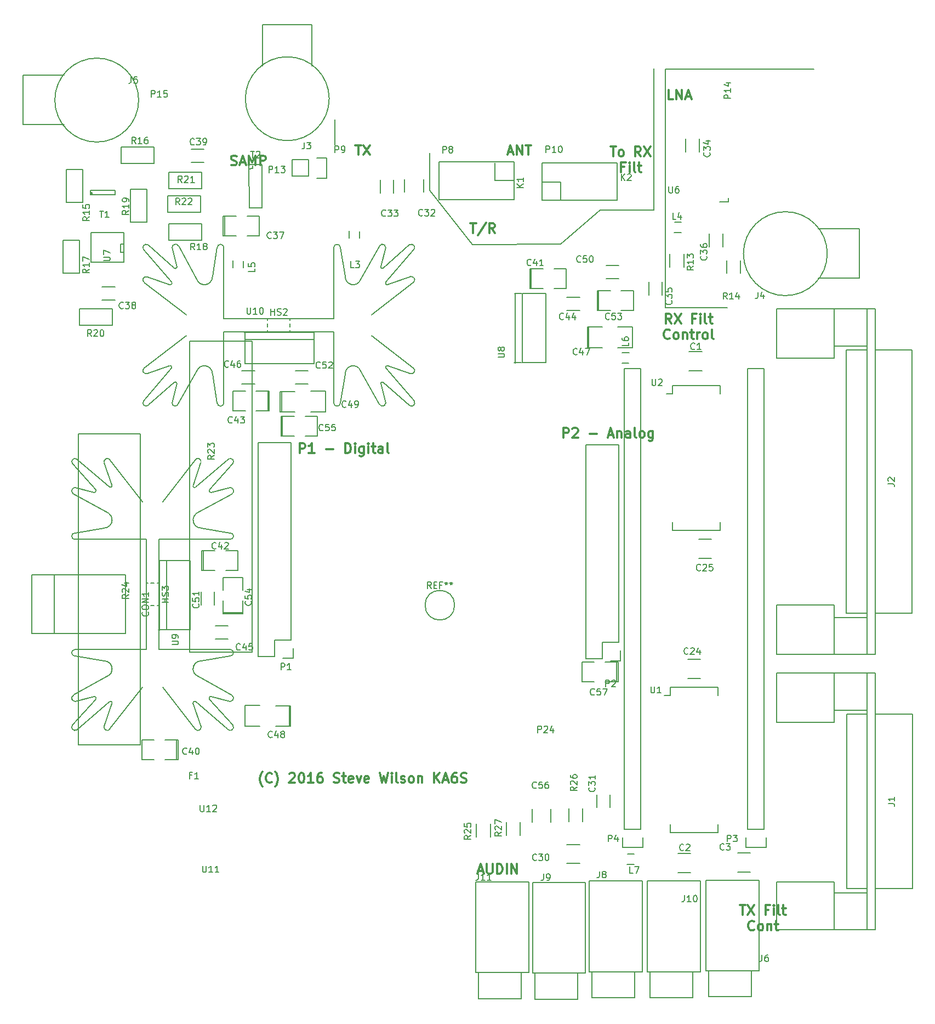
<source format=gbr>
G04 #@! TF.FileFunction,Legend,Top*
%FSLAX46Y46*%
G04 Gerber Fmt 4.6, Leading zero omitted, Abs format (unit mm)*
G04 Created by KiCad (PCBNEW 4.0.1-3.201512221401+6198~38~ubuntu15.10.1-stable) date Mon 22 Aug 2016 05:07:10 AM PDT*
%MOMM*%
G01*
G04 APERTURE LIST*
%ADD10C,0.100000*%
%ADD11C,0.300000*%
%ADD12C,0.200000*%
%ADD13C,0.150000*%
G04 APERTURE END LIST*
D10*
D11*
X72996429Y-43837143D02*
X73210715Y-43908571D01*
X73567858Y-43908571D01*
X73710715Y-43837143D01*
X73782144Y-43765714D01*
X73853572Y-43622857D01*
X73853572Y-43480000D01*
X73782144Y-43337143D01*
X73710715Y-43265714D01*
X73567858Y-43194286D01*
X73282144Y-43122857D01*
X73139286Y-43051429D01*
X73067858Y-42980000D01*
X72996429Y-42837143D01*
X72996429Y-42694286D01*
X73067858Y-42551429D01*
X73139286Y-42480000D01*
X73282144Y-42408571D01*
X73639286Y-42408571D01*
X73853572Y-42480000D01*
X74425000Y-43480000D02*
X75139286Y-43480000D01*
X74282143Y-43908571D02*
X74782143Y-42408571D01*
X75282143Y-43908571D01*
X75782143Y-43908571D02*
X75782143Y-42408571D01*
X76282143Y-43480000D01*
X76782143Y-42408571D01*
X76782143Y-43908571D01*
X77496429Y-43908571D02*
X77496429Y-42408571D01*
X78067857Y-42408571D01*
X78210715Y-42480000D01*
X78282143Y-42551429D01*
X78353572Y-42694286D01*
X78353572Y-42908571D01*
X78282143Y-43051429D01*
X78210715Y-43122857D01*
X78067857Y-43194286D01*
X77496429Y-43194286D01*
X92207143Y-40783571D02*
X93064286Y-40783571D01*
X92635715Y-42283571D02*
X92635715Y-40783571D01*
X93421429Y-40783571D02*
X94421429Y-42283571D01*
X94421429Y-40783571D02*
X93421429Y-42283571D01*
D12*
X89055000Y-40730000D02*
X89055000Y-36880000D01*
D11*
X124306429Y-85943571D02*
X124306429Y-84443571D01*
X124877857Y-84443571D01*
X125020715Y-84515000D01*
X125092143Y-84586429D01*
X125163572Y-84729286D01*
X125163572Y-84943571D01*
X125092143Y-85086429D01*
X125020715Y-85157857D01*
X124877857Y-85229286D01*
X124306429Y-85229286D01*
X125735000Y-84586429D02*
X125806429Y-84515000D01*
X125949286Y-84443571D01*
X126306429Y-84443571D01*
X126449286Y-84515000D01*
X126520715Y-84586429D01*
X126592143Y-84729286D01*
X126592143Y-84872143D01*
X126520715Y-85086429D01*
X125663572Y-85943571D01*
X126592143Y-85943571D01*
X128377857Y-85372143D02*
X129520714Y-85372143D01*
X131306428Y-85515000D02*
X132020714Y-85515000D01*
X131163571Y-85943571D02*
X131663571Y-84443571D01*
X132163571Y-85943571D01*
X132663571Y-84943571D02*
X132663571Y-85943571D01*
X132663571Y-85086429D02*
X132734999Y-85015000D01*
X132877857Y-84943571D01*
X133092142Y-84943571D01*
X133234999Y-85015000D01*
X133306428Y-85157857D01*
X133306428Y-85943571D01*
X134663571Y-85943571D02*
X134663571Y-85157857D01*
X134592142Y-85015000D01*
X134449285Y-84943571D01*
X134163571Y-84943571D01*
X134020714Y-85015000D01*
X134663571Y-85872143D02*
X134520714Y-85943571D01*
X134163571Y-85943571D01*
X134020714Y-85872143D01*
X133949285Y-85729286D01*
X133949285Y-85586429D01*
X134020714Y-85443571D01*
X134163571Y-85372143D01*
X134520714Y-85372143D01*
X134663571Y-85300714D01*
X135592143Y-85943571D02*
X135449285Y-85872143D01*
X135377857Y-85729286D01*
X135377857Y-84443571D01*
X136377857Y-85943571D02*
X136234999Y-85872143D01*
X136163571Y-85800714D01*
X136092142Y-85657857D01*
X136092142Y-85229286D01*
X136163571Y-85086429D01*
X136234999Y-85015000D01*
X136377857Y-84943571D01*
X136592142Y-84943571D01*
X136734999Y-85015000D01*
X136806428Y-85086429D01*
X136877857Y-85229286D01*
X136877857Y-85657857D01*
X136806428Y-85800714D01*
X136734999Y-85872143D01*
X136592142Y-85943571D01*
X136377857Y-85943571D01*
X138163571Y-84943571D02*
X138163571Y-86157857D01*
X138092142Y-86300714D01*
X138020714Y-86372143D01*
X137877857Y-86443571D01*
X137663571Y-86443571D01*
X137520714Y-86372143D01*
X138163571Y-85872143D02*
X138020714Y-85943571D01*
X137735000Y-85943571D01*
X137592142Y-85872143D01*
X137520714Y-85800714D01*
X137449285Y-85657857D01*
X137449285Y-85229286D01*
X137520714Y-85086429D01*
X137592142Y-85015000D01*
X137735000Y-84943571D01*
X138020714Y-84943571D01*
X138163571Y-85015000D01*
X83583572Y-88333571D02*
X83583572Y-86833571D01*
X84155000Y-86833571D01*
X84297858Y-86905000D01*
X84369286Y-86976429D01*
X84440715Y-87119286D01*
X84440715Y-87333571D01*
X84369286Y-87476429D01*
X84297858Y-87547857D01*
X84155000Y-87619286D01*
X83583572Y-87619286D01*
X85869286Y-88333571D02*
X85012143Y-88333571D01*
X85440715Y-88333571D02*
X85440715Y-86833571D01*
X85297858Y-87047857D01*
X85155000Y-87190714D01*
X85012143Y-87262143D01*
X87655000Y-87762143D02*
X88797857Y-87762143D01*
X90655000Y-88333571D02*
X90655000Y-86833571D01*
X91012143Y-86833571D01*
X91226428Y-86905000D01*
X91369286Y-87047857D01*
X91440714Y-87190714D01*
X91512143Y-87476429D01*
X91512143Y-87690714D01*
X91440714Y-87976429D01*
X91369286Y-88119286D01*
X91226428Y-88262143D01*
X91012143Y-88333571D01*
X90655000Y-88333571D01*
X92155000Y-88333571D02*
X92155000Y-87333571D01*
X92155000Y-86833571D02*
X92083571Y-86905000D01*
X92155000Y-86976429D01*
X92226428Y-86905000D01*
X92155000Y-86833571D01*
X92155000Y-86976429D01*
X93512143Y-87333571D02*
X93512143Y-88547857D01*
X93440714Y-88690714D01*
X93369286Y-88762143D01*
X93226429Y-88833571D01*
X93012143Y-88833571D01*
X92869286Y-88762143D01*
X93512143Y-88262143D02*
X93369286Y-88333571D01*
X93083572Y-88333571D01*
X92940714Y-88262143D01*
X92869286Y-88190714D01*
X92797857Y-88047857D01*
X92797857Y-87619286D01*
X92869286Y-87476429D01*
X92940714Y-87405000D01*
X93083572Y-87333571D01*
X93369286Y-87333571D01*
X93512143Y-87405000D01*
X94226429Y-88333571D02*
X94226429Y-87333571D01*
X94226429Y-86833571D02*
X94155000Y-86905000D01*
X94226429Y-86976429D01*
X94297857Y-86905000D01*
X94226429Y-86833571D01*
X94226429Y-86976429D01*
X94726429Y-87333571D02*
X95297858Y-87333571D01*
X94940715Y-86833571D02*
X94940715Y-88119286D01*
X95012143Y-88262143D01*
X95155001Y-88333571D01*
X95297858Y-88333571D01*
X96440715Y-88333571D02*
X96440715Y-87547857D01*
X96369286Y-87405000D01*
X96226429Y-87333571D01*
X95940715Y-87333571D01*
X95797858Y-87405000D01*
X96440715Y-88262143D02*
X96297858Y-88333571D01*
X95940715Y-88333571D01*
X95797858Y-88262143D01*
X95726429Y-88119286D01*
X95726429Y-87976429D01*
X95797858Y-87833571D01*
X95940715Y-87762143D01*
X96297858Y-87762143D01*
X96440715Y-87690714D01*
X97369287Y-88333571D02*
X97226429Y-88262143D01*
X97155001Y-88119286D01*
X97155001Y-86833571D01*
X77885002Y-139795000D02*
X77813574Y-139723571D01*
X77670717Y-139509286D01*
X77599288Y-139366429D01*
X77527859Y-139152143D01*
X77456431Y-138795000D01*
X77456431Y-138509286D01*
X77527859Y-138152143D01*
X77599288Y-137937857D01*
X77670717Y-137795000D01*
X77813574Y-137580714D01*
X77885002Y-137509286D01*
X79313574Y-139080714D02*
X79242145Y-139152143D01*
X79027859Y-139223571D01*
X78885002Y-139223571D01*
X78670717Y-139152143D01*
X78527859Y-139009286D01*
X78456431Y-138866429D01*
X78385002Y-138580714D01*
X78385002Y-138366429D01*
X78456431Y-138080714D01*
X78527859Y-137937857D01*
X78670717Y-137795000D01*
X78885002Y-137723571D01*
X79027859Y-137723571D01*
X79242145Y-137795000D01*
X79313574Y-137866429D01*
X79813574Y-139795000D02*
X79885002Y-139723571D01*
X80027859Y-139509286D01*
X80099288Y-139366429D01*
X80170717Y-139152143D01*
X80242145Y-138795000D01*
X80242145Y-138509286D01*
X80170717Y-138152143D01*
X80099288Y-137937857D01*
X80027859Y-137795000D01*
X79885002Y-137580714D01*
X79813574Y-137509286D01*
X82027859Y-137866429D02*
X82099288Y-137795000D01*
X82242145Y-137723571D01*
X82599288Y-137723571D01*
X82742145Y-137795000D01*
X82813574Y-137866429D01*
X82885002Y-138009286D01*
X82885002Y-138152143D01*
X82813574Y-138366429D01*
X81956431Y-139223571D01*
X82885002Y-139223571D01*
X83813573Y-137723571D02*
X83956430Y-137723571D01*
X84099287Y-137795000D01*
X84170716Y-137866429D01*
X84242145Y-138009286D01*
X84313573Y-138295000D01*
X84313573Y-138652143D01*
X84242145Y-138937857D01*
X84170716Y-139080714D01*
X84099287Y-139152143D01*
X83956430Y-139223571D01*
X83813573Y-139223571D01*
X83670716Y-139152143D01*
X83599287Y-139080714D01*
X83527859Y-138937857D01*
X83456430Y-138652143D01*
X83456430Y-138295000D01*
X83527859Y-138009286D01*
X83599287Y-137866429D01*
X83670716Y-137795000D01*
X83813573Y-137723571D01*
X85742144Y-139223571D02*
X84885001Y-139223571D01*
X85313573Y-139223571D02*
X85313573Y-137723571D01*
X85170716Y-137937857D01*
X85027858Y-138080714D01*
X84885001Y-138152143D01*
X87027858Y-137723571D02*
X86742144Y-137723571D01*
X86599287Y-137795000D01*
X86527858Y-137866429D01*
X86385001Y-138080714D01*
X86313572Y-138366429D01*
X86313572Y-138937857D01*
X86385001Y-139080714D01*
X86456429Y-139152143D01*
X86599287Y-139223571D01*
X86885001Y-139223571D01*
X87027858Y-139152143D01*
X87099287Y-139080714D01*
X87170715Y-138937857D01*
X87170715Y-138580714D01*
X87099287Y-138437857D01*
X87027858Y-138366429D01*
X86885001Y-138295000D01*
X86599287Y-138295000D01*
X86456429Y-138366429D01*
X86385001Y-138437857D01*
X86313572Y-138580714D01*
X88885000Y-139152143D02*
X89099286Y-139223571D01*
X89456429Y-139223571D01*
X89599286Y-139152143D01*
X89670715Y-139080714D01*
X89742143Y-138937857D01*
X89742143Y-138795000D01*
X89670715Y-138652143D01*
X89599286Y-138580714D01*
X89456429Y-138509286D01*
X89170715Y-138437857D01*
X89027857Y-138366429D01*
X88956429Y-138295000D01*
X88885000Y-138152143D01*
X88885000Y-138009286D01*
X88956429Y-137866429D01*
X89027857Y-137795000D01*
X89170715Y-137723571D01*
X89527857Y-137723571D01*
X89742143Y-137795000D01*
X90170714Y-138223571D02*
X90742143Y-138223571D01*
X90385000Y-137723571D02*
X90385000Y-139009286D01*
X90456428Y-139152143D01*
X90599286Y-139223571D01*
X90742143Y-139223571D01*
X91813571Y-139152143D02*
X91670714Y-139223571D01*
X91385000Y-139223571D01*
X91242143Y-139152143D01*
X91170714Y-139009286D01*
X91170714Y-138437857D01*
X91242143Y-138295000D01*
X91385000Y-138223571D01*
X91670714Y-138223571D01*
X91813571Y-138295000D01*
X91885000Y-138437857D01*
X91885000Y-138580714D01*
X91170714Y-138723571D01*
X92385000Y-138223571D02*
X92742143Y-139223571D01*
X93099285Y-138223571D01*
X94242142Y-139152143D02*
X94099285Y-139223571D01*
X93813571Y-139223571D01*
X93670714Y-139152143D01*
X93599285Y-139009286D01*
X93599285Y-138437857D01*
X93670714Y-138295000D01*
X93813571Y-138223571D01*
X94099285Y-138223571D01*
X94242142Y-138295000D01*
X94313571Y-138437857D01*
X94313571Y-138580714D01*
X93599285Y-138723571D01*
X95956428Y-137723571D02*
X96313571Y-139223571D01*
X96599285Y-138152143D01*
X96884999Y-139223571D01*
X97242142Y-137723571D01*
X97813571Y-139223571D02*
X97813571Y-138223571D01*
X97813571Y-137723571D02*
X97742142Y-137795000D01*
X97813571Y-137866429D01*
X97884999Y-137795000D01*
X97813571Y-137723571D01*
X97813571Y-137866429D01*
X98742143Y-139223571D02*
X98599285Y-139152143D01*
X98527857Y-139009286D01*
X98527857Y-137723571D01*
X99242142Y-139152143D02*
X99384999Y-139223571D01*
X99670714Y-139223571D01*
X99813571Y-139152143D01*
X99884999Y-139009286D01*
X99884999Y-138937857D01*
X99813571Y-138795000D01*
X99670714Y-138723571D01*
X99456428Y-138723571D01*
X99313571Y-138652143D01*
X99242142Y-138509286D01*
X99242142Y-138437857D01*
X99313571Y-138295000D01*
X99456428Y-138223571D01*
X99670714Y-138223571D01*
X99813571Y-138295000D01*
X100742143Y-139223571D02*
X100599285Y-139152143D01*
X100527857Y-139080714D01*
X100456428Y-138937857D01*
X100456428Y-138509286D01*
X100527857Y-138366429D01*
X100599285Y-138295000D01*
X100742143Y-138223571D01*
X100956428Y-138223571D01*
X101099285Y-138295000D01*
X101170714Y-138366429D01*
X101242143Y-138509286D01*
X101242143Y-138937857D01*
X101170714Y-139080714D01*
X101099285Y-139152143D01*
X100956428Y-139223571D01*
X100742143Y-139223571D01*
X101885000Y-138223571D02*
X101885000Y-139223571D01*
X101885000Y-138366429D02*
X101956428Y-138295000D01*
X102099286Y-138223571D01*
X102313571Y-138223571D01*
X102456428Y-138295000D01*
X102527857Y-138437857D01*
X102527857Y-139223571D01*
X104385000Y-139223571D02*
X104385000Y-137723571D01*
X105242143Y-139223571D02*
X104599286Y-138366429D01*
X105242143Y-137723571D02*
X104385000Y-138580714D01*
X105813571Y-138795000D02*
X106527857Y-138795000D01*
X105670714Y-139223571D02*
X106170714Y-137723571D01*
X106670714Y-139223571D01*
X107813571Y-137723571D02*
X107527857Y-137723571D01*
X107385000Y-137795000D01*
X107313571Y-137866429D01*
X107170714Y-138080714D01*
X107099285Y-138366429D01*
X107099285Y-138937857D01*
X107170714Y-139080714D01*
X107242142Y-139152143D01*
X107385000Y-139223571D01*
X107670714Y-139223571D01*
X107813571Y-139152143D01*
X107885000Y-139080714D01*
X107956428Y-138937857D01*
X107956428Y-138580714D01*
X107885000Y-138437857D01*
X107813571Y-138366429D01*
X107670714Y-138295000D01*
X107385000Y-138295000D01*
X107242142Y-138366429D01*
X107170714Y-138437857D01*
X107099285Y-138580714D01*
X108527856Y-139152143D02*
X108742142Y-139223571D01*
X109099285Y-139223571D01*
X109242142Y-139152143D01*
X109313571Y-139080714D01*
X109384999Y-138937857D01*
X109384999Y-138795000D01*
X109313571Y-138652143D01*
X109242142Y-138580714D01*
X109099285Y-138509286D01*
X108813571Y-138437857D01*
X108670713Y-138366429D01*
X108599285Y-138295000D01*
X108527856Y-138152143D01*
X108527856Y-138009286D01*
X108599285Y-137866429D01*
X108670713Y-137795000D01*
X108813571Y-137723571D01*
X109170713Y-137723571D01*
X109384999Y-137795000D01*
X111169285Y-152835000D02*
X111883571Y-152835000D01*
X111026428Y-153263571D02*
X111526428Y-151763571D01*
X112026428Y-153263571D01*
X112526428Y-151763571D02*
X112526428Y-152977857D01*
X112597856Y-153120714D01*
X112669285Y-153192143D01*
X112812142Y-153263571D01*
X113097856Y-153263571D01*
X113240714Y-153192143D01*
X113312142Y-153120714D01*
X113383571Y-152977857D01*
X113383571Y-151763571D01*
X114097857Y-153263571D02*
X114097857Y-151763571D01*
X114455000Y-151763571D01*
X114669285Y-151835000D01*
X114812143Y-151977857D01*
X114883571Y-152120714D01*
X114955000Y-152406429D01*
X114955000Y-152620714D01*
X114883571Y-152906429D01*
X114812143Y-153049286D01*
X114669285Y-153192143D01*
X114455000Y-153263571D01*
X114097857Y-153263571D01*
X115597857Y-153263571D02*
X115597857Y-151763571D01*
X116312143Y-153263571D02*
X116312143Y-151763571D01*
X117169286Y-153263571D01*
X117169286Y-151763571D01*
X151614286Y-158118571D02*
X152471429Y-158118571D01*
X152042858Y-159618571D02*
X152042858Y-158118571D01*
X152828572Y-158118571D02*
X153828572Y-159618571D01*
X153828572Y-158118571D02*
X152828572Y-159618571D01*
X156042857Y-158832857D02*
X155542857Y-158832857D01*
X155542857Y-159618571D02*
X155542857Y-158118571D01*
X156257143Y-158118571D01*
X156828571Y-159618571D02*
X156828571Y-158618571D01*
X156828571Y-158118571D02*
X156757142Y-158190000D01*
X156828571Y-158261429D01*
X156899999Y-158190000D01*
X156828571Y-158118571D01*
X156828571Y-158261429D01*
X157757143Y-159618571D02*
X157614285Y-159547143D01*
X157542857Y-159404286D01*
X157542857Y-158118571D01*
X158114285Y-158618571D02*
X158685714Y-158618571D01*
X158328571Y-158118571D02*
X158328571Y-159404286D01*
X158399999Y-159547143D01*
X158542857Y-159618571D01*
X158685714Y-159618571D01*
X153828572Y-161875714D02*
X153757143Y-161947143D01*
X153542857Y-162018571D01*
X153400000Y-162018571D01*
X153185715Y-161947143D01*
X153042857Y-161804286D01*
X152971429Y-161661429D01*
X152900000Y-161375714D01*
X152900000Y-161161429D01*
X152971429Y-160875714D01*
X153042857Y-160732857D01*
X153185715Y-160590000D01*
X153400000Y-160518571D01*
X153542857Y-160518571D01*
X153757143Y-160590000D01*
X153828572Y-160661429D01*
X154685715Y-162018571D02*
X154542857Y-161947143D01*
X154471429Y-161875714D01*
X154400000Y-161732857D01*
X154400000Y-161304286D01*
X154471429Y-161161429D01*
X154542857Y-161090000D01*
X154685715Y-161018571D01*
X154900000Y-161018571D01*
X155042857Y-161090000D01*
X155114286Y-161161429D01*
X155185715Y-161304286D01*
X155185715Y-161732857D01*
X155114286Y-161875714D01*
X155042857Y-161947143D01*
X154900000Y-162018571D01*
X154685715Y-162018571D01*
X155828572Y-161018571D02*
X155828572Y-162018571D01*
X155828572Y-161161429D02*
X155900000Y-161090000D01*
X156042858Y-161018571D01*
X156257143Y-161018571D01*
X156400000Y-161090000D01*
X156471429Y-161232857D01*
X156471429Y-162018571D01*
X156971429Y-161018571D02*
X157542858Y-161018571D01*
X157185715Y-160518571D02*
X157185715Y-161804286D01*
X157257143Y-161947143D01*
X157400001Y-162018571D01*
X157542858Y-162018571D01*
X115810714Y-41855000D02*
X116525000Y-41855000D01*
X115667857Y-42283571D02*
X116167857Y-40783571D01*
X116667857Y-42283571D01*
X117167857Y-42283571D02*
X117167857Y-40783571D01*
X118025000Y-42283571D01*
X118025000Y-40783571D01*
X118525000Y-40783571D02*
X119382143Y-40783571D01*
X118953572Y-42283571D02*
X118953572Y-40783571D01*
D12*
X130025000Y-50830000D02*
X123925000Y-56055000D01*
X103675000Y-47780000D02*
X103675000Y-42005000D01*
X110250000Y-56130000D02*
X103675000Y-47780000D01*
D11*
X109985714Y-52833571D02*
X110842857Y-52833571D01*
X110414286Y-54333571D02*
X110414286Y-52833571D01*
X112414285Y-52762143D02*
X111128571Y-54690714D01*
X113771429Y-54333571D02*
X113271429Y-53619286D01*
X112914286Y-54333571D02*
X112914286Y-52833571D01*
X113485714Y-52833571D01*
X113628572Y-52905000D01*
X113700000Y-52976429D01*
X113771429Y-53119286D01*
X113771429Y-53333571D01*
X113700000Y-53476429D01*
X113628572Y-53547857D01*
X113485714Y-53619286D01*
X112914286Y-53619286D01*
D12*
X123925000Y-56055000D02*
X110250000Y-56130000D01*
D11*
X141007144Y-68333571D02*
X140507144Y-67619286D01*
X140150001Y-68333571D02*
X140150001Y-66833571D01*
X140721429Y-66833571D01*
X140864287Y-66905000D01*
X140935715Y-66976429D01*
X141007144Y-67119286D01*
X141007144Y-67333571D01*
X140935715Y-67476429D01*
X140864287Y-67547857D01*
X140721429Y-67619286D01*
X140150001Y-67619286D01*
X141507144Y-66833571D02*
X142507144Y-68333571D01*
X142507144Y-66833571D02*
X141507144Y-68333571D01*
X144721429Y-67547857D02*
X144221429Y-67547857D01*
X144221429Y-68333571D02*
X144221429Y-66833571D01*
X144935715Y-66833571D01*
X145507143Y-68333571D02*
X145507143Y-67333571D01*
X145507143Y-66833571D02*
X145435714Y-66905000D01*
X145507143Y-66976429D01*
X145578571Y-66905000D01*
X145507143Y-66833571D01*
X145507143Y-66976429D01*
X146435715Y-68333571D02*
X146292857Y-68262143D01*
X146221429Y-68119286D01*
X146221429Y-66833571D01*
X146792857Y-67333571D02*
X147364286Y-67333571D01*
X147007143Y-66833571D02*
X147007143Y-68119286D01*
X147078571Y-68262143D01*
X147221429Y-68333571D01*
X147364286Y-68333571D01*
X140792858Y-70590714D02*
X140721429Y-70662143D01*
X140507143Y-70733571D01*
X140364286Y-70733571D01*
X140150001Y-70662143D01*
X140007143Y-70519286D01*
X139935715Y-70376429D01*
X139864286Y-70090714D01*
X139864286Y-69876429D01*
X139935715Y-69590714D01*
X140007143Y-69447857D01*
X140150001Y-69305000D01*
X140364286Y-69233571D01*
X140507143Y-69233571D01*
X140721429Y-69305000D01*
X140792858Y-69376429D01*
X141650001Y-70733571D02*
X141507143Y-70662143D01*
X141435715Y-70590714D01*
X141364286Y-70447857D01*
X141364286Y-70019286D01*
X141435715Y-69876429D01*
X141507143Y-69805000D01*
X141650001Y-69733571D01*
X141864286Y-69733571D01*
X142007143Y-69805000D01*
X142078572Y-69876429D01*
X142150001Y-70019286D01*
X142150001Y-70447857D01*
X142078572Y-70590714D01*
X142007143Y-70662143D01*
X141864286Y-70733571D01*
X141650001Y-70733571D01*
X142792858Y-69733571D02*
X142792858Y-70733571D01*
X142792858Y-69876429D02*
X142864286Y-69805000D01*
X143007144Y-69733571D01*
X143221429Y-69733571D01*
X143364286Y-69805000D01*
X143435715Y-69947857D01*
X143435715Y-70733571D01*
X143935715Y-69733571D02*
X144507144Y-69733571D01*
X144150001Y-69233571D02*
X144150001Y-70519286D01*
X144221429Y-70662143D01*
X144364287Y-70733571D01*
X144507144Y-70733571D01*
X145007144Y-70733571D02*
X145007144Y-69733571D01*
X145007144Y-70019286D02*
X145078572Y-69876429D01*
X145150001Y-69805000D01*
X145292858Y-69733571D01*
X145435715Y-69733571D01*
X146150001Y-70733571D02*
X146007143Y-70662143D01*
X145935715Y-70590714D01*
X145864286Y-70447857D01*
X145864286Y-70019286D01*
X145935715Y-69876429D01*
X146007143Y-69805000D01*
X146150001Y-69733571D01*
X146364286Y-69733571D01*
X146507143Y-69805000D01*
X146578572Y-69876429D01*
X146650001Y-70019286D01*
X146650001Y-70447857D01*
X146578572Y-70590714D01*
X146507143Y-70662143D01*
X146364286Y-70733571D01*
X146150001Y-70733571D01*
X147507144Y-70733571D02*
X147364286Y-70662143D01*
X147292858Y-70519286D01*
X147292858Y-69233571D01*
D12*
X140075000Y-65855000D02*
X149700000Y-65855000D01*
D11*
X131582143Y-41033571D02*
X132439286Y-41033571D01*
X132010715Y-42533571D02*
X132010715Y-41033571D01*
X133153572Y-42533571D02*
X133010714Y-42462143D01*
X132939286Y-42390714D01*
X132867857Y-42247857D01*
X132867857Y-41819286D01*
X132939286Y-41676429D01*
X133010714Y-41605000D01*
X133153572Y-41533571D01*
X133367857Y-41533571D01*
X133510714Y-41605000D01*
X133582143Y-41676429D01*
X133653572Y-41819286D01*
X133653572Y-42247857D01*
X133582143Y-42390714D01*
X133510714Y-42462143D01*
X133367857Y-42533571D01*
X133153572Y-42533571D01*
X136296429Y-42533571D02*
X135796429Y-41819286D01*
X135439286Y-42533571D02*
X135439286Y-41033571D01*
X136010714Y-41033571D01*
X136153572Y-41105000D01*
X136225000Y-41176429D01*
X136296429Y-41319286D01*
X136296429Y-41533571D01*
X136225000Y-41676429D01*
X136153572Y-41747857D01*
X136010714Y-41819286D01*
X135439286Y-41819286D01*
X136796429Y-41033571D02*
X137796429Y-42533571D01*
X137796429Y-41033571D02*
X136796429Y-42533571D01*
X133760715Y-44147857D02*
X133260715Y-44147857D01*
X133260715Y-44933571D02*
X133260715Y-43433571D01*
X133975001Y-43433571D01*
X134546429Y-44933571D02*
X134546429Y-43933571D01*
X134546429Y-43433571D02*
X134475000Y-43505000D01*
X134546429Y-43576429D01*
X134617857Y-43505000D01*
X134546429Y-43433571D01*
X134546429Y-43576429D01*
X135475001Y-44933571D02*
X135332143Y-44862143D01*
X135260715Y-44719286D01*
X135260715Y-43433571D01*
X135832143Y-43933571D02*
X136403572Y-43933571D01*
X136046429Y-43433571D02*
X136046429Y-44719286D01*
X136117857Y-44862143D01*
X136260715Y-44933571D01*
X136403572Y-44933571D01*
D12*
X138300000Y-50830000D02*
X130025000Y-50830000D01*
X138300000Y-28980000D02*
X138300000Y-50830000D01*
X140075000Y-29055000D02*
X140075000Y-65855000D01*
X163050000Y-29055000D02*
X140075000Y-29055000D01*
D11*
X141310715Y-33733571D02*
X140596429Y-33733571D01*
X140596429Y-32233571D01*
X141810715Y-33733571D02*
X141810715Y-32233571D01*
X142667858Y-33733571D01*
X142667858Y-32233571D01*
X143310715Y-33305000D02*
X144025001Y-33305000D01*
X143167858Y-33733571D02*
X143667858Y-32233571D01*
X144167858Y-33733571D01*
D13*
X63420000Y-44995000D02*
X68500000Y-44995000D01*
X68500000Y-44995000D02*
X68500000Y-47535000D01*
X68500000Y-47535000D02*
X63420000Y-47535000D01*
X63420000Y-47535000D02*
X63420000Y-44995000D01*
X73269900Y-58622580D02*
X73269900Y-59674140D01*
X74870100Y-59724940D02*
X74870100Y-58673380D01*
X77207900Y-119729700D02*
X77207900Y-86709700D01*
X82287900Y-117189700D02*
X82287900Y-86709700D01*
X77207900Y-86709700D02*
X82287900Y-86709700D01*
X77207900Y-119729700D02*
X79747900Y-119729700D01*
X81017900Y-120009700D02*
X82567900Y-120009700D01*
X79747900Y-119729700D02*
X79747900Y-117189700D01*
X79747900Y-117189700D02*
X82287900Y-117189700D01*
X82567900Y-120009700D02*
X82567900Y-118459700D01*
X127802160Y-120108160D02*
X127802160Y-87088160D01*
X132882160Y-117568160D02*
X132882160Y-87088160D01*
X127802160Y-87088160D02*
X132882160Y-87088160D01*
X127802160Y-120108160D02*
X130342160Y-120108160D01*
X131612160Y-120388160D02*
X133162160Y-120388160D01*
X130342160Y-120108160D02*
X130342160Y-117568160D01*
X130342160Y-117568160D02*
X132882160Y-117568160D01*
X133162160Y-120388160D02*
X133162160Y-118838160D01*
X119189000Y-59876000D02*
X119189000Y-62924000D01*
X122872000Y-62924000D02*
X124777000Y-62924000D01*
X124777000Y-62924000D02*
X124777000Y-59876000D01*
X124777000Y-59876000D02*
X122872000Y-59876000D01*
X121221000Y-59876000D02*
X119189000Y-59876000D01*
X119389000Y-59876000D02*
X119389000Y-62924000D01*
X119189000Y-62924000D02*
X121221000Y-62924000D01*
X117955000Y-63675000D02*
X121638000Y-63675000D01*
X121655000Y-63707000D02*
X121655000Y-74375000D01*
X121638000Y-74375000D02*
X117955000Y-74375000D01*
X116807000Y-63675000D02*
X117950000Y-63675000D01*
X117955000Y-63675000D02*
X117955000Y-74343000D01*
X117855000Y-74375000D02*
X116712000Y-74375000D01*
X116855000Y-69075000D02*
X116855000Y-74409000D01*
X116855000Y-69009000D02*
X116855000Y-63675000D01*
X128229700Y-68850000D02*
X128229700Y-72050000D01*
X135029820Y-68849800D02*
X135029820Y-72050200D01*
X128029700Y-68850000D02*
X128029700Y-72050000D01*
X132726040Y-72055280D02*
X135012040Y-72055280D01*
X135012040Y-68844720D02*
X132726040Y-68844720D01*
X130329700Y-68850000D02*
X128029700Y-68850000D01*
X128029700Y-72050000D02*
X130329700Y-72050000D01*
X126880000Y-64275000D02*
X124880000Y-64275000D01*
X124880000Y-66325000D02*
X126880000Y-66325000D01*
X142930000Y-57590000D02*
X142930000Y-59590000D01*
X140780000Y-59590000D02*
X140780000Y-57590000D01*
X132930000Y-59375000D02*
X130930000Y-59375000D01*
X130930000Y-61425000D02*
X132930000Y-61425000D01*
X129583000Y-63251000D02*
X129583000Y-66299000D01*
X133266000Y-66299000D02*
X135171000Y-66299000D01*
X135171000Y-66299000D02*
X135171000Y-63251000D01*
X135171000Y-63251000D02*
X133266000Y-63251000D01*
X131615000Y-63251000D02*
X129583000Y-63251000D01*
X129783000Y-63251000D02*
X129783000Y-66299000D01*
X129583000Y-66299000D02*
X131615000Y-66299000D01*
X139560000Y-63930000D02*
X139560000Y-61930000D01*
X137510000Y-61930000D02*
X137510000Y-63930000D01*
X113800000Y-46205000D02*
X116700000Y-46205000D01*
X113800000Y-43505000D02*
X113800000Y-46205000D01*
X116700000Y-49205000D02*
X116700000Y-43405000D01*
X105100000Y-49205000D02*
X116700000Y-49205000D01*
X105100000Y-43405000D02*
X105100000Y-49205000D01*
X116700000Y-43405000D02*
X105100000Y-43405000D01*
X145740000Y-72640000D02*
X143740000Y-72640000D01*
X143740000Y-75590000D02*
X145740000Y-75590000D01*
X141472580Y-54255100D02*
X142524140Y-54255100D01*
X142574940Y-52654900D02*
X141523380Y-52654900D01*
X148443160Y-49534560D02*
X149824920Y-49534560D01*
X149824920Y-49534560D02*
X149814760Y-48945280D01*
X123950000Y-46505000D02*
X121050000Y-46505000D01*
X123950000Y-49205000D02*
X123950000Y-46505000D01*
X121050000Y-43505000D02*
X121050000Y-49305000D01*
X132650000Y-43505000D02*
X121050000Y-43505000D01*
X132650000Y-49305000D02*
X132650000Y-43505000D01*
X121050000Y-49305000D02*
X132650000Y-49305000D01*
X148950000Y-56455000D02*
X148950000Y-54455000D01*
X146900000Y-54455000D02*
X146900000Y-56455000D01*
X163706227Y-53733329D02*
X168786227Y-53733329D01*
X168786227Y-53733329D02*
X170056227Y-53733329D01*
X170056227Y-53733329D02*
X170056227Y-61353329D01*
X170056227Y-61353329D02*
X163706227Y-61353329D01*
X165101982Y-57543329D02*
G75*
G03X165101982Y-57543329I-6475755J0D01*
G01*
X149575000Y-60580000D02*
X149575000Y-58580000D01*
X151725000Y-58580000D02*
X151725000Y-60580000D01*
X145300000Y-41830000D02*
X145300000Y-39830000D01*
X143250000Y-39830000D02*
X143250000Y-41830000D01*
X102725000Y-48055000D02*
X102725000Y-46055000D01*
X99775000Y-46055000D02*
X99775000Y-48055000D01*
X133385060Y-74445100D02*
X134436620Y-74445100D01*
X134487420Y-72844900D02*
X133435860Y-72844900D01*
X91259900Y-54047580D02*
X91259900Y-55099140D01*
X92860100Y-55149940D02*
X92860100Y-54098380D01*
X98125000Y-48155000D02*
X98125000Y-46155000D01*
X96075000Y-46155000D02*
X96075000Y-48155000D01*
X77875000Y-28545000D02*
X77875000Y-23465000D01*
X77875000Y-23465000D02*
X77875000Y-22195000D01*
X77875000Y-22195000D02*
X85495000Y-22195000D01*
X85495000Y-22195000D02*
X85495000Y-28545000D01*
X88160755Y-33625000D02*
G75*
G03X88160755Y-33625000I-6475755J0D01*
G01*
X84975000Y-45600000D02*
X82435000Y-45600000D01*
X87795000Y-45880000D02*
X86245000Y-45880000D01*
X84975000Y-45600000D02*
X84975000Y-43060000D01*
X86245000Y-42780000D02*
X87795000Y-42780000D01*
X87795000Y-42780000D02*
X87795000Y-45880000D01*
X84975000Y-43060000D02*
X82435000Y-43060000D01*
X82435000Y-43060000D02*
X82435000Y-45600000D01*
X68840000Y-41430000D02*
X66840000Y-41430000D01*
X66840000Y-43480000D02*
X68840000Y-43480000D01*
X71779000Y-51711000D02*
X71779000Y-54759000D01*
X75462000Y-54759000D02*
X77367000Y-54759000D01*
X77367000Y-54759000D02*
X77367000Y-51711000D01*
X77367000Y-51711000D02*
X75462000Y-51711000D01*
X73811000Y-51711000D02*
X71779000Y-51711000D01*
X71979000Y-51711000D02*
X71979000Y-54759000D01*
X71779000Y-54759000D02*
X73811000Y-54759000D01*
X53075000Y-64705000D02*
X55075000Y-64705000D01*
X55075000Y-62655000D02*
X53075000Y-62655000D01*
X75765000Y-43890000D02*
X75805000Y-50440000D01*
X75805000Y-50440000D02*
X77745000Y-50440000D01*
X77745000Y-50440000D02*
X77785000Y-43770000D01*
X77785000Y-43770000D02*
X75725000Y-43810000D01*
X75725000Y-43810000D02*
X75765000Y-44460000D01*
X75765000Y-44460000D02*
X76335000Y-44420000D01*
X76335000Y-44420000D02*
X76375000Y-43920000D01*
X76375000Y-43920000D02*
X76375000Y-44000000D01*
X68450000Y-55480000D02*
X63370000Y-55480000D01*
X63370000Y-55480000D02*
X63370000Y-52940000D01*
X63370000Y-52940000D02*
X68450000Y-52940000D01*
X68450000Y-52940000D02*
X68450000Y-55480000D01*
X68305000Y-51165000D02*
X63225000Y-51165000D01*
X63225000Y-51165000D02*
X63225000Y-48625000D01*
X63225000Y-48625000D02*
X68305000Y-48625000D01*
X68305000Y-48625000D02*
X68305000Y-51165000D01*
X72545000Y-114965000D02*
X70545000Y-114965000D01*
X70545000Y-117015000D02*
X72545000Y-117015000D01*
X67480000Y-130950000D02*
X62480000Y-124450000D01*
X54280000Y-130950000D02*
X59280000Y-124450000D01*
X54280000Y-89350000D02*
X59280000Y-95850000D01*
X67430000Y-89450000D02*
X62480000Y-95850000D01*
X52130000Y-126100000D02*
G75*
G03X51830000Y-125900000I-250000J-50000D01*
G01*
X52030000Y-126350000D02*
G75*
G03X52080000Y-126000000I-150000J200000D01*
G01*
X54530000Y-126700000D02*
G75*
G03X54180000Y-126750000I-150000J-200000D01*
G01*
X54580000Y-127050000D02*
G75*
G03X54530000Y-126700000I-200000J150000D01*
G01*
X67330000Y-126650000D02*
G75*
G03X67130000Y-126950000I50000J-250000D01*
G01*
X67580000Y-126750000D02*
G75*
G03X67230000Y-126700000I-200000J-150000D01*
G01*
X69730000Y-125950000D02*
G75*
G03X69680000Y-126300000I150000J-200000D01*
G01*
X69930000Y-125900000D02*
G75*
G03X69630000Y-126100000I-50000J-250000D01*
G01*
X72480000Y-130950000D02*
G75*
G03X73180000Y-131050000I400000J300000D01*
G01*
X73180000Y-131050000D02*
G75*
G03X73280000Y-130350000I-300000J400000D01*
G01*
X67480000Y-130950000D02*
G75*
G03X68180000Y-131050000I400000J300000D01*
G01*
X67930000Y-131150000D02*
G75*
G03X68380000Y-130600000I-50000J500000D01*
G01*
X53430000Y-130450000D02*
G75*
G03X53680000Y-131100000I450000J-200000D01*
G01*
X53580000Y-131050000D02*
G75*
G03X54280000Y-130950000I300000J400000D01*
G01*
X48480000Y-130950000D02*
G75*
G03X49180000Y-131050000I400000J300000D01*
G01*
X48480000Y-130350000D02*
G75*
G03X48530000Y-131000000I350000J-300000D01*
G01*
X52080000Y-126300000D02*
X48480000Y-130350000D01*
X48880000Y-126650000D02*
X51880000Y-125900000D01*
X54180000Y-126750000D02*
X49180000Y-131050000D01*
X54580000Y-127050000D02*
X53430000Y-130450000D01*
X67130000Y-126950000D02*
X68380000Y-130600000D01*
X67530000Y-126700000D02*
X72480000Y-130950000D01*
X69680000Y-126300000D02*
X73280000Y-130350000D01*
X72880000Y-126650000D02*
X69930000Y-125900000D01*
X67180000Y-93250000D02*
G75*
G03X67230000Y-93600000I200000J-150000D01*
G01*
X67180000Y-93550000D02*
G75*
G03X67530000Y-93600000I200000J150000D01*
G01*
X69730000Y-93950000D02*
G75*
G03X69680000Y-94300000I150000J-200000D01*
G01*
X69630000Y-94200000D02*
G75*
G03X69930000Y-94400000I250000J50000D01*
G01*
X54280000Y-93600000D02*
G75*
G03X54580000Y-93500000I100000J200000D01*
G01*
X54480000Y-93600000D02*
G75*
G03X54580000Y-93300000I-100000J200000D01*
G01*
X51830000Y-94400000D02*
G75*
G03X52130000Y-94200000I50000J250000D01*
G01*
X52030000Y-94350000D02*
G75*
G03X52080000Y-94000000I-150000J200000D01*
G01*
X48880000Y-118650000D02*
X59880000Y-118650000D01*
X68330000Y-89850000D02*
G75*
G03X68080000Y-89200000I-450000J200000D01*
G01*
X68080000Y-89200000D02*
G75*
G03X67430000Y-89450000I-200000J-450000D01*
G01*
X73280000Y-89950000D02*
G75*
G03X73180000Y-89250000I-400000J300000D01*
G01*
X73280000Y-89350000D02*
G75*
G03X72580000Y-89250000I-400000J-300000D01*
G01*
X67180000Y-93250000D02*
X68330000Y-89850000D01*
X48530000Y-89300000D02*
G75*
G03X48530000Y-90000000I350000J-350000D01*
G01*
X49230000Y-89300000D02*
G75*
G03X48530000Y-89300000I-350000J-350000D01*
G01*
X53680000Y-89200000D02*
G75*
G03X53430000Y-89850000I200000J-450000D01*
G01*
X54280000Y-89350000D02*
G75*
G03X53580000Y-89250000I-400000J-300000D01*
G01*
X48880000Y-101650000D02*
X59880000Y-101650000D01*
X53430000Y-89850000D02*
X54580000Y-93250000D01*
X49230000Y-89300000D02*
X54230000Y-93600000D01*
X48580000Y-90050000D02*
X52080000Y-94000000D01*
X48880000Y-93650000D02*
X51880000Y-94400000D01*
X67530000Y-93600000D02*
X72580000Y-89250000D01*
X69730000Y-93950000D02*
X73230000Y-90000000D01*
X72880000Y-101650000D02*
X61880000Y-101650000D01*
X72880000Y-118650000D02*
X61880000Y-118650000D01*
X69880000Y-94400000D02*
X72880000Y-93650000D01*
X48680000Y-125700000D02*
X54130000Y-122650000D01*
X48680000Y-125700000D02*
G75*
G03X48430000Y-126350000I200000J-450000D01*
G01*
X48580000Y-94550000D02*
X54130000Y-97650000D01*
X48480000Y-93850000D02*
G75*
G03X48580000Y-94550000I400000J-300000D01*
G01*
X73130000Y-94650000D02*
X67630000Y-97650000D01*
X73130000Y-94650000D02*
G75*
G03X73330000Y-93950000I-250000J450000D01*
G01*
X67630000Y-122650000D02*
X73180000Y-125750000D01*
X73280000Y-126450000D02*
G75*
G03X73180000Y-125750000I-400000J300000D01*
G01*
X54130000Y-122650000D02*
G75*
G03X54380000Y-120900000I-750000J1000000D01*
G01*
X54630000Y-121650000D02*
G75*
G03X53380000Y-120400000I-1250000J0D01*
G01*
X53380000Y-99900000D02*
G75*
G03X54630000Y-98650000I0J1250000D01*
G01*
X54380000Y-99400000D02*
G75*
G03X54130000Y-97650000I-1000000J750000D01*
G01*
X67630000Y-97650000D02*
G75*
G03X67380000Y-99400000I750000J-1000000D01*
G01*
X67130000Y-98650000D02*
G75*
G03X68380000Y-99900000I1250000J0D01*
G01*
X67380000Y-120900000D02*
G75*
G03X67630000Y-122650000I1000000J-750000D01*
G01*
X68380000Y-120400000D02*
G75*
G03X67130000Y-121650000I0J-1250000D01*
G01*
X53380000Y-120400000D02*
X48880000Y-119650000D01*
X53380000Y-99900000D02*
X48880000Y-100650000D01*
X72880000Y-119650000D02*
X68380000Y-120400000D01*
X72880000Y-100650000D02*
X68380000Y-99900000D01*
X73380000Y-94150000D02*
G75*
G03X72880000Y-93650000I-500000J0D01*
G01*
X72880000Y-126650000D02*
G75*
G03X73380000Y-126150000I0J500000D01*
G01*
X48380000Y-126150000D02*
G75*
G03X48880000Y-126650000I500000J0D01*
G01*
X48880000Y-93650000D02*
G75*
G03X48380000Y-94150000I0J-500000D01*
G01*
X73380000Y-101150000D02*
G75*
G03X72880000Y-100650000I-500000J0D01*
G01*
X72880000Y-101650000D02*
G75*
G03X73380000Y-101150000I0J500000D01*
G01*
X48880000Y-100650000D02*
G75*
G03X48380000Y-101150000I0J-500000D01*
G01*
X48380000Y-101150000D02*
G75*
G03X48880000Y-101650000I500000J0D01*
G01*
X48380000Y-119150000D02*
G75*
G03X48880000Y-119650000I500000J0D01*
G01*
X48880000Y-118650000D02*
G75*
G03X48380000Y-119150000I0J-500000D01*
G01*
X72880000Y-119650000D02*
G75*
G03X73380000Y-119150000I0J500000D01*
G01*
X73380000Y-119150000D02*
G75*
G03X72880000Y-118650000I-500000J0D01*
G01*
X61130000Y-111900000D02*
X60630000Y-111900000D01*
X61130000Y-108400000D02*
X60630000Y-108400000D01*
X60130000Y-111900000D02*
X59880000Y-111900000D01*
X59880000Y-108400000D02*
X60130000Y-108400000D01*
X61880000Y-111900000D02*
X61630000Y-111900000D01*
X61880000Y-108400000D02*
X61630000Y-108400000D01*
X59880000Y-118650000D02*
X59880000Y-101650000D01*
X61880000Y-101650000D02*
X61880000Y-118650000D01*
X68494000Y-103391000D02*
X68494000Y-106439000D01*
X72177000Y-106439000D02*
X74082000Y-106439000D01*
X74082000Y-106439000D02*
X74082000Y-103391000D01*
X74082000Y-103391000D02*
X72177000Y-103391000D01*
X70526000Y-103391000D02*
X68494000Y-103391000D01*
X68694000Y-103391000D02*
X68694000Y-106439000D01*
X68494000Y-106439000D02*
X70526000Y-106439000D01*
X63025000Y-104920000D02*
X66708000Y-104920000D01*
X66725000Y-104952000D02*
X66725000Y-115620000D01*
X66708000Y-115620000D02*
X63025000Y-115620000D01*
X61877000Y-104920000D02*
X63020000Y-104920000D01*
X63025000Y-104920000D02*
X63025000Y-115588000D01*
X62925000Y-115620000D02*
X61782000Y-115620000D01*
X61925000Y-110320000D02*
X61925000Y-115654000D01*
X61925000Y-110254000D02*
X61925000Y-104920000D01*
X80784700Y-78800000D02*
X80784700Y-82000000D01*
X87584820Y-78799800D02*
X87584820Y-82000200D01*
X80584700Y-78800000D02*
X80584700Y-82000000D01*
X85281040Y-82005280D02*
X87567040Y-82005280D01*
X87567040Y-78794720D02*
X85281040Y-78794720D01*
X82884700Y-78800000D02*
X80584700Y-78800000D01*
X80584700Y-82000000D02*
X82884700Y-82000000D01*
X80743000Y-82626000D02*
X80743000Y-85674000D01*
X84426000Y-85674000D02*
X86331000Y-85674000D01*
X86331000Y-85674000D02*
X86331000Y-82626000D01*
X86331000Y-82626000D02*
X84426000Y-82626000D01*
X82775000Y-82626000D02*
X80743000Y-82626000D01*
X80943000Y-82626000D02*
X80943000Y-85674000D01*
X80743000Y-85674000D02*
X82775000Y-85674000D01*
X78886000Y-81824000D02*
X78886000Y-78776000D01*
X75203000Y-78776000D02*
X73298000Y-78776000D01*
X73298000Y-78776000D02*
X73298000Y-81824000D01*
X73298000Y-81824000D02*
X75203000Y-81824000D01*
X76854000Y-81824000D02*
X78886000Y-81824000D01*
X78686000Y-81824000D02*
X78686000Y-78776000D01*
X78886000Y-78776000D02*
X76854000Y-78776000D01*
X101175000Y-61990000D02*
X94675000Y-66990000D01*
X101175000Y-75190000D02*
X94675000Y-70190000D01*
X59575000Y-75190000D02*
X66075000Y-70190000D01*
X59675000Y-62040000D02*
X66075000Y-66990000D01*
X96325000Y-77340000D02*
G75*
G03X96125000Y-77640000I50000J-250000D01*
G01*
X96575000Y-77440000D02*
G75*
G03X96225000Y-77390000I-200000J-150000D01*
G01*
X96925000Y-74940000D02*
G75*
G03X96975000Y-75290000I200000J-150000D01*
G01*
X97275000Y-74890000D02*
G75*
G03X96925000Y-74940000I-150000J-200000D01*
G01*
X96875000Y-62140000D02*
G75*
G03X97175000Y-62340000I250000J50000D01*
G01*
X96975000Y-61890000D02*
G75*
G03X96925000Y-62240000I150000J-200000D01*
G01*
X96175000Y-59740000D02*
G75*
G03X96525000Y-59790000I200000J150000D01*
G01*
X96125000Y-59540000D02*
G75*
G03X96325000Y-59840000I250000J-50000D01*
G01*
X101175000Y-56990000D02*
G75*
G03X101275000Y-56290000I-300000J400000D01*
G01*
X101275000Y-56290000D02*
G75*
G03X100575000Y-56190000I-400000J-300000D01*
G01*
X101175000Y-61990000D02*
G75*
G03X101275000Y-61290000I-300000J400000D01*
G01*
X101375000Y-61540000D02*
G75*
G03X100825000Y-61090000I-500000J-50000D01*
G01*
X100675000Y-76040000D02*
G75*
G03X101325000Y-75790000I200000J450000D01*
G01*
X101275000Y-75890000D02*
G75*
G03X101175000Y-75190000I-400000J300000D01*
G01*
X101175000Y-80990000D02*
G75*
G03X101275000Y-80290000I-300000J400000D01*
G01*
X100575000Y-80990000D02*
G75*
G03X101225000Y-80940000I300000J350000D01*
G01*
X96525000Y-77390000D02*
X100575000Y-80990000D01*
X96875000Y-80590000D02*
X96125000Y-77590000D01*
X96975000Y-75290000D02*
X101275000Y-80290000D01*
X97275000Y-74890000D02*
X100675000Y-76040000D01*
X97175000Y-62340000D02*
X100825000Y-61090000D01*
X96925000Y-61940000D02*
X101175000Y-56990000D01*
X96525000Y-59790000D02*
X100575000Y-56190000D01*
X96875000Y-56590000D02*
X96125000Y-59540000D01*
X63475000Y-62290000D02*
G75*
G03X63825000Y-62240000I150000J200000D01*
G01*
X63775000Y-62290000D02*
G75*
G03X63825000Y-61940000I-150000J200000D01*
G01*
X64175000Y-59740000D02*
G75*
G03X64525000Y-59790000I200000J150000D01*
G01*
X64425000Y-59840000D02*
G75*
G03X64625000Y-59540000I-50000J250000D01*
G01*
X63825000Y-75190000D02*
G75*
G03X63725000Y-74890000I-200000J100000D01*
G01*
X63825000Y-74990000D02*
G75*
G03X63525000Y-74890000I-200000J-100000D01*
G01*
X64625000Y-77640000D02*
G75*
G03X64425000Y-77340000I-250000J50000D01*
G01*
X64575000Y-77440000D02*
G75*
G03X64225000Y-77390000I-200000J-150000D01*
G01*
X88875000Y-80590000D02*
X88875000Y-69590000D01*
X60075000Y-61140000D02*
G75*
G03X59425000Y-61390000I-200000J-450000D01*
G01*
X59425000Y-61390000D02*
G75*
G03X59675000Y-62040000I450000J-200000D01*
G01*
X60175000Y-56190000D02*
G75*
G03X59475000Y-56290000I-300000J-400000D01*
G01*
X59575000Y-56190000D02*
G75*
G03X59475000Y-56890000I300000J-400000D01*
G01*
X63475000Y-62290000D02*
X60075000Y-61140000D01*
X59525000Y-80940000D02*
G75*
G03X60225000Y-80940000I350000J350000D01*
G01*
X59525000Y-80240000D02*
G75*
G03X59525000Y-80940000I350000J-350000D01*
G01*
X59425000Y-75790000D02*
G75*
G03X60075000Y-76040000I450000J200000D01*
G01*
X59575000Y-75190000D02*
G75*
G03X59475000Y-75890000I300000J-400000D01*
G01*
X71875000Y-80590000D02*
X71875000Y-69590000D01*
X60075000Y-76040000D02*
X63475000Y-74890000D01*
X59525000Y-80240000D02*
X63825000Y-75240000D01*
X60275000Y-80890000D02*
X64225000Y-77390000D01*
X63875000Y-80590000D02*
X64625000Y-77590000D01*
X63825000Y-61940000D02*
X59475000Y-56890000D01*
X64175000Y-59740000D02*
X60225000Y-56240000D01*
X71875000Y-56590000D02*
X71875000Y-67590000D01*
X88875000Y-56590000D02*
X88875000Y-67590000D01*
X64625000Y-59590000D02*
X63875000Y-56590000D01*
X95925000Y-80790000D02*
X92875000Y-75340000D01*
X95925000Y-80790000D02*
G75*
G03X96575000Y-81040000I450000J200000D01*
G01*
X64775000Y-80890000D02*
X67875000Y-75340000D01*
X64075000Y-80990000D02*
G75*
G03X64775000Y-80890000I300000J400000D01*
G01*
X64875000Y-56340000D02*
X67875000Y-61840000D01*
X64875000Y-56340000D02*
G75*
G03X64175000Y-56140000I-450000J-250000D01*
G01*
X92875000Y-61840000D02*
X95975000Y-56290000D01*
X96675000Y-56190000D02*
G75*
G03X95975000Y-56290000I-300000J-400000D01*
G01*
X92875000Y-75340000D02*
G75*
G03X91125000Y-75090000I-1000000J-750000D01*
G01*
X91875000Y-74840000D02*
G75*
G03X90625000Y-76090000I0J-1250000D01*
G01*
X70125000Y-76090000D02*
G75*
G03X68875000Y-74840000I-1250000J0D01*
G01*
X69625000Y-75090000D02*
G75*
G03X67875000Y-75340000I-750000J-1000000D01*
G01*
X67875000Y-61840000D02*
G75*
G03X69625000Y-62090000I1000000J750000D01*
G01*
X68875000Y-62340000D02*
G75*
G03X70125000Y-61090000I0J1250000D01*
G01*
X91125000Y-62090000D02*
G75*
G03X92875000Y-61840000I750000J1000000D01*
G01*
X90625000Y-61090000D02*
G75*
G03X91875000Y-62340000I1250000J0D01*
G01*
X90625000Y-76090000D02*
X89875000Y-80590000D01*
X70125000Y-76090000D02*
X70875000Y-80590000D01*
X89875000Y-56590000D02*
X90625000Y-61090000D01*
X70875000Y-56590000D02*
X70125000Y-61090000D01*
X64375000Y-56090000D02*
G75*
G03X63875000Y-56590000I0J-500000D01*
G01*
X96875000Y-56590000D02*
G75*
G03X96375000Y-56090000I-500000J0D01*
G01*
X96375000Y-81090000D02*
G75*
G03X96875000Y-80590000I0J500000D01*
G01*
X63875000Y-80590000D02*
G75*
G03X64375000Y-81090000I500000J0D01*
G01*
X71375000Y-56090000D02*
G75*
G03X70875000Y-56590000I0J-500000D01*
G01*
X71875000Y-56590000D02*
G75*
G03X71375000Y-56090000I-500000J0D01*
G01*
X70875000Y-80590000D02*
G75*
G03X71375000Y-81090000I500000J0D01*
G01*
X71375000Y-81090000D02*
G75*
G03X71875000Y-80590000I0J500000D01*
G01*
X89375000Y-81090000D02*
G75*
G03X89875000Y-80590000I0J500000D01*
G01*
X88875000Y-80590000D02*
G75*
G03X89375000Y-81090000I500000J0D01*
G01*
X89875000Y-56590000D02*
G75*
G03X89375000Y-56090000I-500000J0D01*
G01*
X89375000Y-56090000D02*
G75*
G03X88875000Y-56590000I0J-500000D01*
G01*
X82125000Y-68340000D02*
X82125000Y-68840000D01*
X78625000Y-68340000D02*
X78625000Y-68840000D01*
X82125000Y-69340000D02*
X82125000Y-69590000D01*
X78625000Y-69590000D02*
X78625000Y-69340000D01*
X82125000Y-67590000D02*
X82125000Y-67840000D01*
X78625000Y-67590000D02*
X78625000Y-67840000D01*
X88875000Y-69590000D02*
X71875000Y-69590000D01*
X71875000Y-67590000D02*
X88875000Y-67590000D01*
X76215000Y-71055000D02*
X71415000Y-71055000D01*
X76215000Y-119055000D02*
X76215000Y-71055000D01*
X66615000Y-119055000D02*
X76215000Y-119055000D01*
X66615000Y-71055000D02*
X66615000Y-119055000D01*
X71415000Y-71055000D02*
X66615000Y-71055000D01*
X132782000Y-123589000D02*
X132782000Y-120541000D01*
X129099000Y-120541000D02*
X127194000Y-120541000D01*
X127194000Y-120541000D02*
X127194000Y-123589000D01*
X127194000Y-123589000D02*
X129099000Y-123589000D01*
X130750000Y-123589000D02*
X132782000Y-123589000D01*
X132582000Y-123589000D02*
X132582000Y-120541000D01*
X132782000Y-120541000D02*
X130750000Y-120541000D01*
X68380000Y-109780000D02*
X68380000Y-111780000D01*
X70430000Y-111780000D02*
X70430000Y-109780000D01*
X85840000Y-70805000D02*
X85840000Y-74488000D01*
X85808000Y-74505000D02*
X75140000Y-74505000D01*
X75140000Y-74488000D02*
X75140000Y-70805000D01*
X85840000Y-69657000D02*
X85840000Y-70800000D01*
X85840000Y-70805000D02*
X75172000Y-70805000D01*
X75140000Y-70705000D02*
X75140000Y-69562000D01*
X80440000Y-69705000D02*
X75106000Y-69705000D01*
X80506000Y-69705000D02*
X85840000Y-69705000D01*
X117660000Y-145345000D02*
X117660000Y-147345000D01*
X115510000Y-147345000D02*
X115510000Y-145345000D01*
X113065000Y-145585000D02*
X113065000Y-147585000D01*
X110915000Y-147585000D02*
X110915000Y-145585000D01*
X107536000Y-111805000D02*
G75*
G03X107536000Y-111805000I-2286000J0D01*
G01*
X74670000Y-77680000D02*
X76670000Y-77680000D01*
X76670000Y-75630000D02*
X74670000Y-75630000D01*
X84925000Y-75630000D02*
X82925000Y-75630000D01*
X82925000Y-77680000D02*
X84925000Y-77680000D01*
X129465000Y-141050000D02*
X129465000Y-143050000D01*
X131515000Y-143050000D02*
X131515000Y-141050000D01*
X126865000Y-148735000D02*
X124865000Y-148735000D01*
X124865000Y-151685000D02*
X126865000Y-151685000D01*
X140835000Y-124505000D02*
X140835000Y-125775000D01*
X148185000Y-124505000D02*
X148185000Y-125775000D01*
X148185000Y-146875000D02*
X148185000Y-145605000D01*
X140835000Y-146875000D02*
X140835000Y-145605000D01*
X140835000Y-124505000D02*
X148185000Y-124505000D01*
X140835000Y-146875000D02*
X148185000Y-146875000D01*
X140835000Y-125775000D02*
X139900000Y-125775000D01*
X125195000Y-145225000D02*
X125195000Y-143225000D01*
X127345000Y-143225000D02*
X127345000Y-145225000D01*
X71741000Y-113171000D02*
X74789000Y-113171000D01*
X74789000Y-109488000D02*
X74789000Y-107583000D01*
X74789000Y-107583000D02*
X71741000Y-107583000D01*
X71741000Y-107583000D02*
X71741000Y-109488000D01*
X71741000Y-111139000D02*
X71741000Y-113171000D01*
X71741000Y-112971000D02*
X74789000Y-112971000D01*
X74789000Y-113171000D02*
X74789000Y-111139000D01*
X151230000Y-152985000D02*
X153230000Y-152985000D01*
X153230000Y-150035000D02*
X151230000Y-150035000D01*
X143520000Y-123145000D02*
X145520000Y-123145000D01*
X145520000Y-120195000D02*
X143520000Y-120195000D01*
X144010000Y-150165000D02*
X142010000Y-150165000D01*
X142010000Y-153115000D02*
X144010000Y-153115000D01*
X145220000Y-104565000D02*
X147220000Y-104565000D01*
X147220000Y-101615000D02*
X145220000Y-101615000D01*
X155370000Y-146410000D02*
X155370000Y-75290000D01*
X155370000Y-75290000D02*
X152830000Y-75290000D01*
X152830000Y-75290000D02*
X152830000Y-146410000D01*
X152550000Y-149230000D02*
X152550000Y-147680000D01*
X152830000Y-146410000D02*
X155370000Y-146410000D01*
X155650000Y-147680000D02*
X155650000Y-149230000D01*
X155650000Y-149230000D02*
X152550000Y-149230000D01*
X136320000Y-146410000D02*
X136320000Y-75290000D01*
X136320000Y-75290000D02*
X133780000Y-75290000D01*
X133780000Y-75290000D02*
X133780000Y-146410000D01*
X133500000Y-149230000D02*
X133500000Y-147680000D01*
X133780000Y-146410000D02*
X136320000Y-146410000D01*
X136600000Y-147680000D02*
X136600000Y-149230000D01*
X136600000Y-149230000D02*
X133500000Y-149230000D01*
X141230000Y-77890000D02*
X141230000Y-79160000D01*
X148580000Y-77890000D02*
X148580000Y-79160000D01*
X148580000Y-100260000D02*
X148580000Y-98990000D01*
X141230000Y-100260000D02*
X141230000Y-98990000D01*
X141230000Y-77890000D02*
X148580000Y-77890000D01*
X141230000Y-100260000D02*
X148580000Y-100260000D01*
X141230000Y-79160000D02*
X140295000Y-79160000D01*
X119480000Y-143310000D02*
X119480000Y-145310000D01*
X122430000Y-145310000D02*
X122430000Y-143310000D01*
X134192580Y-151855100D02*
X135244140Y-151855100D01*
X135294940Y-150254900D02*
X134243380Y-150254900D01*
X171249000Y-161903000D02*
X171249000Y-122279000D01*
X172519000Y-161903000D02*
X172519000Y-122279000D01*
X168074000Y-155553000D02*
X168074000Y-128629000D01*
X178234000Y-128629000D02*
X178234000Y-155553000D01*
X172519000Y-155553000D02*
X178234000Y-155553000D01*
X168074000Y-155553000D02*
X171249000Y-155553000D01*
X166169000Y-156188000D02*
X171249000Y-156188000D01*
X166169000Y-154537000D02*
X166169000Y-161903000D01*
X157279000Y-154537000D02*
X166169000Y-154537000D01*
X157279000Y-161903000D02*
X157279000Y-154537000D01*
X157279000Y-161903000D02*
X172519000Y-161903000D01*
X171249000Y-127994000D02*
X166169000Y-127994000D01*
X166169000Y-129899000D02*
X157279000Y-129899000D01*
X157279000Y-122279000D02*
X171249000Y-122279000D01*
X166169000Y-122279000D02*
X166169000Y-129899000D01*
X168074000Y-128629000D02*
X171249000Y-128629000D01*
X178234000Y-128629000D02*
X172519000Y-128629000D01*
X172519000Y-122279000D02*
X171249000Y-122279000D01*
X157279000Y-122279000D02*
X157279000Y-129899000D01*
X171225000Y-119425000D02*
X157255000Y-119425000D01*
X166145000Y-111805000D02*
X157255000Y-111805000D01*
X171225000Y-113710000D02*
X166145000Y-113710000D01*
X171225000Y-71800000D02*
X166145000Y-71800000D01*
X166145000Y-73705000D02*
X157255000Y-73705000D01*
X157255000Y-66085000D02*
X171225000Y-66085000D01*
X166145000Y-119425000D02*
X166145000Y-111805000D01*
X166145000Y-66085000D02*
X166145000Y-73705000D01*
X168050000Y-113075000D02*
X171225000Y-113075000D01*
X168050000Y-72435000D02*
X171225000Y-72435000D01*
X178210000Y-113075000D02*
X172495000Y-113075000D01*
X178210000Y-72435000D02*
X172495000Y-72435000D01*
X171225000Y-119425000D02*
X172495000Y-119425000D01*
X172495000Y-119425000D02*
X172495000Y-66085000D01*
X172495000Y-66085000D02*
X171225000Y-66085000D01*
X171225000Y-66085000D02*
X171225000Y-119425000D01*
X157255000Y-111805000D02*
X157255000Y-119425000D01*
X168050000Y-72435000D02*
X168050000Y-113075000D01*
X178210000Y-72435000D02*
X178210000Y-113075000D01*
X157255000Y-66085000D02*
X157255000Y-73705000D01*
X144335000Y-172400000D02*
X144335000Y-168400000D01*
X137735000Y-172400000D02*
X144335000Y-172400000D01*
X137735000Y-168400000D02*
X137735000Y-172400000D01*
X137335000Y-168400000D02*
X145535000Y-168400000D01*
X137335000Y-154400000D02*
X137335000Y-168400000D01*
X145535000Y-154400000D02*
X137335000Y-154400000D01*
X145535000Y-168400000D02*
X145535000Y-154400000D01*
X135325000Y-172375000D02*
X135325000Y-168375000D01*
X128725000Y-172375000D02*
X135325000Y-172375000D01*
X128725000Y-168375000D02*
X128725000Y-172375000D01*
X128325000Y-168375000D02*
X136525000Y-168375000D01*
X128325000Y-154375000D02*
X128325000Y-168375000D01*
X136525000Y-154375000D02*
X128325000Y-154375000D01*
X136525000Y-168375000D02*
X136525000Y-154375000D01*
X153345000Y-172245000D02*
X153345000Y-168245000D01*
X146745000Y-172245000D02*
X153345000Y-172245000D01*
X146745000Y-168245000D02*
X146745000Y-172245000D01*
X146345000Y-168245000D02*
X154545000Y-168245000D01*
X146345000Y-154245000D02*
X146345000Y-168245000D01*
X154545000Y-154245000D02*
X146345000Y-154245000D01*
X154545000Y-168245000D02*
X154545000Y-154245000D01*
X126570000Y-172620000D02*
X126570000Y-168620000D01*
X119970000Y-172620000D02*
X126570000Y-172620000D01*
X119970000Y-168620000D02*
X119970000Y-172620000D01*
X119570000Y-168620000D02*
X127770000Y-168620000D01*
X119570000Y-154620000D02*
X119570000Y-168620000D01*
X127770000Y-154620000D02*
X119570000Y-154620000D01*
X127770000Y-168620000D02*
X127770000Y-154620000D01*
X117820000Y-172535000D02*
X117820000Y-168535000D01*
X111220000Y-172535000D02*
X117820000Y-172535000D01*
X111220000Y-168535000D02*
X111220000Y-172535000D01*
X110820000Y-168535000D02*
X119020000Y-168535000D01*
X110820000Y-154535000D02*
X110820000Y-168535000D01*
X119020000Y-154535000D02*
X110820000Y-154535000D01*
X119020000Y-168535000D02*
X119020000Y-154535000D01*
X64797000Y-135629000D02*
X64797000Y-132581000D01*
X61114000Y-132581000D02*
X59209000Y-132581000D01*
X59209000Y-132581000D02*
X59209000Y-135629000D01*
X59209000Y-135629000D02*
X61114000Y-135629000D01*
X62765000Y-135629000D02*
X64797000Y-135629000D01*
X64597000Y-135629000D02*
X64597000Y-132581000D01*
X64797000Y-132581000D02*
X62765000Y-132581000D01*
X45709360Y-107144120D02*
X45709360Y-116145880D01*
X42209240Y-107144120D02*
X42209240Y-116145880D01*
X42209240Y-116145880D02*
X56710100Y-116145880D01*
X56710100Y-116145880D02*
X56710100Y-107144120D01*
X56710100Y-107144120D02*
X42209240Y-107144120D01*
X47170000Y-37645000D02*
X42090000Y-37645000D01*
X42090000Y-37645000D02*
X40820000Y-37645000D01*
X40820000Y-37645000D02*
X40820000Y-30025000D01*
X40820000Y-30025000D02*
X47170000Y-30025000D01*
X58725755Y-33835000D02*
G75*
G03X58725755Y-33835000I-6475755J0D01*
G01*
X47510000Y-49670000D02*
X47510000Y-44590000D01*
X47510000Y-44590000D02*
X50050000Y-44590000D01*
X50050000Y-44590000D02*
X50050000Y-49670000D01*
X50050000Y-49670000D02*
X47510000Y-49670000D01*
X61120000Y-43645000D02*
X56040000Y-43645000D01*
X56040000Y-43645000D02*
X56040000Y-41105000D01*
X56040000Y-41105000D02*
X61120000Y-41105000D01*
X61120000Y-41105000D02*
X61120000Y-43645000D01*
X47070000Y-60510000D02*
X47070000Y-55430000D01*
X47070000Y-55430000D02*
X49610000Y-55430000D01*
X49610000Y-55430000D02*
X49610000Y-60510000D01*
X49610000Y-60510000D02*
X47070000Y-60510000D01*
X59955000Y-47615000D02*
X59955000Y-52695000D01*
X59955000Y-52695000D02*
X57415000Y-52695000D01*
X57415000Y-52695000D02*
X57415000Y-47615000D01*
X57415000Y-47615000D02*
X59955000Y-47615000D01*
X54640000Y-68630000D02*
X49560000Y-68630000D01*
X49560000Y-68630000D02*
X49560000Y-66090000D01*
X49560000Y-66090000D02*
X54640000Y-66090000D01*
X54640000Y-66090000D02*
X54640000Y-68630000D01*
X59015000Y-85345000D02*
X54215000Y-85345000D01*
X59015000Y-133345000D02*
X59015000Y-85345000D01*
X49415000Y-133345000D02*
X59015000Y-133345000D01*
X49415000Y-85345000D02*
X49415000Y-133345000D01*
X54215000Y-85345000D02*
X49415000Y-85345000D01*
X51430000Y-48385000D02*
X51430000Y-48085000D01*
X51430000Y-48085000D02*
X51530000Y-48085000D01*
X51530000Y-48335000D02*
X51530000Y-48085000D01*
X51530000Y-48085000D02*
X51330000Y-48085000D01*
X51330000Y-48085000D02*
X51380000Y-48285000D01*
X51245000Y-48415000D02*
X55055000Y-48415000D01*
X55055000Y-48415000D02*
X55055000Y-47780000D01*
X55055000Y-47780000D02*
X51245000Y-47780000D01*
X51245000Y-47780000D02*
X51245000Y-48415000D01*
X56415000Y-58881000D02*
X51335000Y-58881000D01*
X51335000Y-58881000D02*
X51335000Y-54309000D01*
X51335000Y-54309000D02*
X56415000Y-54309000D01*
X56415000Y-54309000D02*
X56415000Y-58881000D01*
X56415000Y-57357000D02*
X55907000Y-57357000D01*
X55907000Y-57357000D02*
X55907000Y-56087000D01*
X55907000Y-56087000D02*
X56415000Y-56087000D01*
X81974700Y-130515000D02*
X81974700Y-127315000D01*
X75174580Y-130515200D02*
X75174580Y-127314800D01*
X82174700Y-130515000D02*
X82174700Y-127315000D01*
X77478360Y-127309720D02*
X75192360Y-127309720D01*
X75192360Y-130520280D02*
X77478360Y-130520280D01*
X79874700Y-130515000D02*
X82174700Y-130515000D01*
X82174700Y-127315000D02*
X79874700Y-127315000D01*
X65422143Y-46547381D02*
X65088809Y-46071190D01*
X64850714Y-46547381D02*
X64850714Y-45547381D01*
X65231667Y-45547381D01*
X65326905Y-45595000D01*
X65374524Y-45642619D01*
X65422143Y-45737857D01*
X65422143Y-45880714D01*
X65374524Y-45975952D01*
X65326905Y-46023571D01*
X65231667Y-46071190D01*
X64850714Y-46071190D01*
X65803095Y-45642619D02*
X65850714Y-45595000D01*
X65945952Y-45547381D01*
X66184048Y-45547381D01*
X66279286Y-45595000D01*
X66326905Y-45642619D01*
X66374524Y-45737857D01*
X66374524Y-45833095D01*
X66326905Y-45975952D01*
X65755476Y-46547381D01*
X66374524Y-46547381D01*
X67326905Y-46547381D02*
X66755476Y-46547381D01*
X67041190Y-46547381D02*
X67041190Y-45547381D01*
X66945952Y-45690238D01*
X66850714Y-45785476D01*
X66755476Y-45833095D01*
X76697381Y-59841666D02*
X76697381Y-60317857D01*
X75697381Y-60317857D01*
X75697381Y-59032142D02*
X75697381Y-59508333D01*
X76173571Y-59555952D01*
X76125952Y-59508333D01*
X76078333Y-59413095D01*
X76078333Y-59174999D01*
X76125952Y-59079761D01*
X76173571Y-59032142D01*
X76268810Y-58984523D01*
X76506905Y-58984523D01*
X76602143Y-59032142D01*
X76649762Y-59079761D01*
X76697381Y-59174999D01*
X76697381Y-59413095D01*
X76649762Y-59508333D01*
X76602143Y-59555952D01*
X80731905Y-121782381D02*
X80731905Y-120782381D01*
X81112858Y-120782381D01*
X81208096Y-120830000D01*
X81255715Y-120877619D01*
X81303334Y-120972857D01*
X81303334Y-121115714D01*
X81255715Y-121210952D01*
X81208096Y-121258571D01*
X81112858Y-121306190D01*
X80731905Y-121306190D01*
X82255715Y-121782381D02*
X81684286Y-121782381D01*
X81970000Y-121782381D02*
X81970000Y-120782381D01*
X81874762Y-120925238D01*
X81779524Y-121020476D01*
X81684286Y-121068095D01*
X130874065Y-124390541D02*
X130874065Y-123390541D01*
X131255018Y-123390541D01*
X131350256Y-123438160D01*
X131397875Y-123485779D01*
X131445494Y-123581017D01*
X131445494Y-123723874D01*
X131397875Y-123819112D01*
X131350256Y-123866731D01*
X131255018Y-123914350D01*
X130874065Y-123914350D01*
X131826446Y-123485779D02*
X131874065Y-123438160D01*
X131969303Y-123390541D01*
X132207399Y-123390541D01*
X132302637Y-123438160D01*
X132350256Y-123485779D01*
X132397875Y-123581017D01*
X132397875Y-123676255D01*
X132350256Y-123819112D01*
X131778827Y-124390541D01*
X132397875Y-124390541D01*
X119332143Y-59297143D02*
X119284524Y-59344762D01*
X119141667Y-59392381D01*
X119046429Y-59392381D01*
X118903571Y-59344762D01*
X118808333Y-59249524D01*
X118760714Y-59154286D01*
X118713095Y-58963810D01*
X118713095Y-58820952D01*
X118760714Y-58630476D01*
X118808333Y-58535238D01*
X118903571Y-58440000D01*
X119046429Y-58392381D01*
X119141667Y-58392381D01*
X119284524Y-58440000D01*
X119332143Y-58487619D01*
X120189286Y-58725714D02*
X120189286Y-59392381D01*
X119951190Y-58344762D02*
X119713095Y-59059048D01*
X120332143Y-59059048D01*
X121236905Y-59392381D02*
X120665476Y-59392381D01*
X120951190Y-59392381D02*
X120951190Y-58392381D01*
X120855952Y-58535238D01*
X120760714Y-58630476D01*
X120665476Y-58678095D01*
X114227381Y-73536905D02*
X115036905Y-73536905D01*
X115132143Y-73489286D01*
X115179762Y-73441667D01*
X115227381Y-73346429D01*
X115227381Y-73155952D01*
X115179762Y-73060714D01*
X115132143Y-73013095D01*
X115036905Y-72965476D01*
X114227381Y-72965476D01*
X114655952Y-72346429D02*
X114608333Y-72441667D01*
X114560714Y-72489286D01*
X114465476Y-72536905D01*
X114417857Y-72536905D01*
X114322619Y-72489286D01*
X114275000Y-72441667D01*
X114227381Y-72346429D01*
X114227381Y-72155952D01*
X114275000Y-72060714D01*
X114322619Y-72013095D01*
X114417857Y-71965476D01*
X114465476Y-71965476D01*
X114560714Y-72013095D01*
X114608333Y-72060714D01*
X114655952Y-72155952D01*
X114655952Y-72346429D01*
X114703571Y-72441667D01*
X114751190Y-72489286D01*
X114846429Y-72536905D01*
X115036905Y-72536905D01*
X115132143Y-72489286D01*
X115179762Y-72441667D01*
X115227381Y-72346429D01*
X115227381Y-72155952D01*
X115179762Y-72060714D01*
X115132143Y-72013095D01*
X115036905Y-71965476D01*
X114846429Y-71965476D01*
X114751190Y-72013095D01*
X114703571Y-72060714D01*
X114655952Y-72155952D01*
X126457143Y-73057143D02*
X126409524Y-73104762D01*
X126266667Y-73152381D01*
X126171429Y-73152381D01*
X126028571Y-73104762D01*
X125933333Y-73009524D01*
X125885714Y-72914286D01*
X125838095Y-72723810D01*
X125838095Y-72580952D01*
X125885714Y-72390476D01*
X125933333Y-72295238D01*
X126028571Y-72200000D01*
X126171429Y-72152381D01*
X126266667Y-72152381D01*
X126409524Y-72200000D01*
X126457143Y-72247619D01*
X127314286Y-72485714D02*
X127314286Y-73152381D01*
X127076190Y-72104762D02*
X126838095Y-72819048D01*
X127457143Y-72819048D01*
X127742857Y-72152381D02*
X128409524Y-72152381D01*
X127980952Y-73152381D01*
X124347143Y-67627143D02*
X124299524Y-67674762D01*
X124156667Y-67722381D01*
X124061429Y-67722381D01*
X123918571Y-67674762D01*
X123823333Y-67579524D01*
X123775714Y-67484286D01*
X123728095Y-67293810D01*
X123728095Y-67150952D01*
X123775714Y-66960476D01*
X123823333Y-66865238D01*
X123918571Y-66770000D01*
X124061429Y-66722381D01*
X124156667Y-66722381D01*
X124299524Y-66770000D01*
X124347143Y-66817619D01*
X125204286Y-67055714D02*
X125204286Y-67722381D01*
X124966190Y-66674762D02*
X124728095Y-67389048D01*
X125347143Y-67389048D01*
X126156667Y-67055714D02*
X126156667Y-67722381D01*
X125918571Y-66674762D02*
X125680476Y-67389048D01*
X126299524Y-67389048D01*
X144442381Y-59487857D02*
X143966190Y-59821191D01*
X144442381Y-60059286D02*
X143442381Y-60059286D01*
X143442381Y-59678333D01*
X143490000Y-59583095D01*
X143537619Y-59535476D01*
X143632857Y-59487857D01*
X143775714Y-59487857D01*
X143870952Y-59535476D01*
X143918571Y-59583095D01*
X143966190Y-59678333D01*
X143966190Y-60059286D01*
X144442381Y-58535476D02*
X144442381Y-59106905D01*
X144442381Y-58821191D02*
X143442381Y-58821191D01*
X143585238Y-58916429D01*
X143680476Y-59011667D01*
X143728095Y-59106905D01*
X143442381Y-58202143D02*
X143442381Y-57583095D01*
X143823333Y-57916429D01*
X143823333Y-57773571D01*
X143870952Y-57678333D01*
X143918571Y-57630714D01*
X144013810Y-57583095D01*
X144251905Y-57583095D01*
X144347143Y-57630714D01*
X144394762Y-57678333D01*
X144442381Y-57773571D01*
X144442381Y-58059286D01*
X144394762Y-58154524D01*
X144347143Y-58202143D01*
X127022143Y-58777143D02*
X126974524Y-58824762D01*
X126831667Y-58872381D01*
X126736429Y-58872381D01*
X126593571Y-58824762D01*
X126498333Y-58729524D01*
X126450714Y-58634286D01*
X126403095Y-58443810D01*
X126403095Y-58300952D01*
X126450714Y-58110476D01*
X126498333Y-58015238D01*
X126593571Y-57920000D01*
X126736429Y-57872381D01*
X126831667Y-57872381D01*
X126974524Y-57920000D01*
X127022143Y-57967619D01*
X127926905Y-57872381D02*
X127450714Y-57872381D01*
X127403095Y-58348571D01*
X127450714Y-58300952D01*
X127545952Y-58253333D01*
X127784048Y-58253333D01*
X127879286Y-58300952D01*
X127926905Y-58348571D01*
X127974524Y-58443810D01*
X127974524Y-58681905D01*
X127926905Y-58777143D01*
X127879286Y-58824762D01*
X127784048Y-58872381D01*
X127545952Y-58872381D01*
X127450714Y-58824762D01*
X127403095Y-58777143D01*
X128593571Y-57872381D02*
X128688810Y-57872381D01*
X128784048Y-57920000D01*
X128831667Y-57967619D01*
X128879286Y-58062857D01*
X128926905Y-58253333D01*
X128926905Y-58491429D01*
X128879286Y-58681905D01*
X128831667Y-58777143D01*
X128784048Y-58824762D01*
X128688810Y-58872381D01*
X128593571Y-58872381D01*
X128498333Y-58824762D01*
X128450714Y-58777143D01*
X128403095Y-58681905D01*
X128355476Y-58491429D01*
X128355476Y-58253333D01*
X128403095Y-58062857D01*
X128450714Y-57967619D01*
X128498333Y-57920000D01*
X128593571Y-57872381D01*
X131452143Y-67617143D02*
X131404524Y-67664762D01*
X131261667Y-67712381D01*
X131166429Y-67712381D01*
X131023571Y-67664762D01*
X130928333Y-67569524D01*
X130880714Y-67474286D01*
X130833095Y-67283810D01*
X130833095Y-67140952D01*
X130880714Y-66950476D01*
X130928333Y-66855238D01*
X131023571Y-66760000D01*
X131166429Y-66712381D01*
X131261667Y-66712381D01*
X131404524Y-66760000D01*
X131452143Y-66807619D01*
X132356905Y-66712381D02*
X131880714Y-66712381D01*
X131833095Y-67188571D01*
X131880714Y-67140952D01*
X131975952Y-67093333D01*
X132214048Y-67093333D01*
X132309286Y-67140952D01*
X132356905Y-67188571D01*
X132404524Y-67283810D01*
X132404524Y-67521905D01*
X132356905Y-67617143D01*
X132309286Y-67664762D01*
X132214048Y-67712381D01*
X131975952Y-67712381D01*
X131880714Y-67664762D01*
X131833095Y-67617143D01*
X132737857Y-66712381D02*
X133356905Y-66712381D01*
X133023571Y-67093333D01*
X133166429Y-67093333D01*
X133261667Y-67140952D01*
X133309286Y-67188571D01*
X133356905Y-67283810D01*
X133356905Y-67521905D01*
X133309286Y-67617143D01*
X133261667Y-67664762D01*
X133166429Y-67712381D01*
X132880714Y-67712381D01*
X132785476Y-67664762D01*
X132737857Y-67617143D01*
X141017143Y-64777857D02*
X141064762Y-64825476D01*
X141112381Y-64968333D01*
X141112381Y-65063571D01*
X141064762Y-65206429D01*
X140969524Y-65301667D01*
X140874286Y-65349286D01*
X140683810Y-65396905D01*
X140540952Y-65396905D01*
X140350476Y-65349286D01*
X140255238Y-65301667D01*
X140160000Y-65206429D01*
X140112381Y-65063571D01*
X140112381Y-64968333D01*
X140160000Y-64825476D01*
X140207619Y-64777857D01*
X140112381Y-64444524D02*
X140112381Y-63825476D01*
X140493333Y-64158810D01*
X140493333Y-64015952D01*
X140540952Y-63920714D01*
X140588571Y-63873095D01*
X140683810Y-63825476D01*
X140921905Y-63825476D01*
X141017143Y-63873095D01*
X141064762Y-63920714D01*
X141112381Y-64015952D01*
X141112381Y-64301667D01*
X141064762Y-64396905D01*
X141017143Y-64444524D01*
X140112381Y-62920714D02*
X140112381Y-63396905D01*
X140588571Y-63444524D01*
X140540952Y-63396905D01*
X140493333Y-63301667D01*
X140493333Y-63063571D01*
X140540952Y-62968333D01*
X140588571Y-62920714D01*
X140683810Y-62873095D01*
X140921905Y-62873095D01*
X141017143Y-62920714D01*
X141064762Y-62968333D01*
X141112381Y-63063571D01*
X141112381Y-63301667D01*
X141064762Y-63396905D01*
X141017143Y-63444524D01*
X118152381Y-47343095D02*
X117152381Y-47343095D01*
X118152381Y-46771666D02*
X117580952Y-47200238D01*
X117152381Y-46771666D02*
X117723810Y-47343095D01*
X118152381Y-45819285D02*
X118152381Y-46390714D01*
X118152381Y-46105000D02*
X117152381Y-46105000D01*
X117295238Y-46200238D01*
X117390476Y-46295476D01*
X117438095Y-46390714D01*
X144633334Y-72242143D02*
X144585715Y-72289762D01*
X144442858Y-72337381D01*
X144347620Y-72337381D01*
X144204762Y-72289762D01*
X144109524Y-72194524D01*
X144061905Y-72099286D01*
X144014286Y-71908810D01*
X144014286Y-71765952D01*
X144061905Y-71575476D01*
X144109524Y-71480238D01*
X144204762Y-71385000D01*
X144347620Y-71337381D01*
X144442858Y-71337381D01*
X144585715Y-71385000D01*
X144633334Y-71432619D01*
X145585715Y-72337381D02*
X145014286Y-72337381D01*
X145300000Y-72337381D02*
X145300000Y-71337381D01*
X145204762Y-71480238D01*
X145109524Y-71575476D01*
X145014286Y-71623095D01*
X141713334Y-52232381D02*
X141237143Y-52232381D01*
X141237143Y-51232381D01*
X142475239Y-51565714D02*
X142475239Y-52232381D01*
X142237143Y-51184762D02*
X141999048Y-51899048D01*
X142618096Y-51899048D01*
X105696905Y-41967381D02*
X105696905Y-40967381D01*
X106077858Y-40967381D01*
X106173096Y-41015000D01*
X106220715Y-41062619D01*
X106268334Y-41157857D01*
X106268334Y-41300714D01*
X106220715Y-41395952D01*
X106173096Y-41443571D01*
X106077858Y-41491190D01*
X105696905Y-41491190D01*
X106839762Y-41395952D02*
X106744524Y-41348333D01*
X106696905Y-41300714D01*
X106649286Y-41205476D01*
X106649286Y-41157857D01*
X106696905Y-41062619D01*
X106744524Y-41015000D01*
X106839762Y-40967381D01*
X107030239Y-40967381D01*
X107125477Y-41015000D01*
X107173096Y-41062619D01*
X107220715Y-41157857D01*
X107220715Y-41205476D01*
X107173096Y-41300714D01*
X107125477Y-41348333D01*
X107030239Y-41395952D01*
X106839762Y-41395952D01*
X106744524Y-41443571D01*
X106696905Y-41491190D01*
X106649286Y-41586429D01*
X106649286Y-41776905D01*
X106696905Y-41872143D01*
X106744524Y-41919762D01*
X106839762Y-41967381D01*
X107030239Y-41967381D01*
X107125477Y-41919762D01*
X107173096Y-41872143D01*
X107220715Y-41776905D01*
X107220715Y-41586429D01*
X107173096Y-41491190D01*
X107125477Y-41443571D01*
X107030239Y-41395952D01*
X140632755Y-47168301D02*
X140632755Y-47977825D01*
X140680374Y-48073063D01*
X140727993Y-48120682D01*
X140823231Y-48168301D01*
X141013708Y-48168301D01*
X141108946Y-48120682D01*
X141156565Y-48073063D01*
X141204184Y-47977825D01*
X141204184Y-47168301D01*
X142108946Y-47168301D02*
X141918469Y-47168301D01*
X141823231Y-47215920D01*
X141775612Y-47263539D01*
X141680374Y-47406396D01*
X141632755Y-47596872D01*
X141632755Y-47977825D01*
X141680374Y-48073063D01*
X141727993Y-48120682D01*
X141823231Y-48168301D01*
X142013708Y-48168301D01*
X142108946Y-48120682D01*
X142156565Y-48073063D01*
X142204184Y-47977825D01*
X142204184Y-47739730D01*
X142156565Y-47644491D01*
X142108946Y-47596872D01*
X142013708Y-47549253D01*
X141823231Y-47549253D01*
X141727993Y-47596872D01*
X141680374Y-47644491D01*
X141632755Y-47739730D01*
X121665714Y-41912381D02*
X121665714Y-40912381D01*
X122046667Y-40912381D01*
X122141905Y-40960000D01*
X122189524Y-41007619D01*
X122237143Y-41102857D01*
X122237143Y-41245714D01*
X122189524Y-41340952D01*
X122141905Y-41388571D01*
X122046667Y-41436190D01*
X121665714Y-41436190D01*
X123189524Y-41912381D02*
X122618095Y-41912381D01*
X122903809Y-41912381D02*
X122903809Y-40912381D01*
X122808571Y-41055238D01*
X122713333Y-41150476D01*
X122618095Y-41198095D01*
X123808571Y-40912381D02*
X123903810Y-40912381D01*
X123999048Y-40960000D01*
X124046667Y-41007619D01*
X124094286Y-41102857D01*
X124141905Y-41293333D01*
X124141905Y-41531429D01*
X124094286Y-41721905D01*
X124046667Y-41817143D01*
X123999048Y-41864762D01*
X123903810Y-41912381D01*
X123808571Y-41912381D01*
X123713333Y-41864762D01*
X123665714Y-41817143D01*
X123618095Y-41721905D01*
X123570476Y-41531429D01*
X123570476Y-41293333D01*
X123618095Y-41102857D01*
X123665714Y-41007619D01*
X123713333Y-40960000D01*
X123808571Y-40912381D01*
X133286905Y-46257381D02*
X133286905Y-45257381D01*
X133858334Y-46257381D02*
X133429762Y-45685952D01*
X133858334Y-45257381D02*
X133286905Y-45828810D01*
X134239286Y-45352619D02*
X134286905Y-45305000D01*
X134382143Y-45257381D01*
X134620239Y-45257381D01*
X134715477Y-45305000D01*
X134763096Y-45352619D01*
X134810715Y-45447857D01*
X134810715Y-45543095D01*
X134763096Y-45685952D01*
X134191667Y-46257381D01*
X134810715Y-46257381D01*
X146417143Y-57912857D02*
X146464762Y-57960476D01*
X146512381Y-58103333D01*
X146512381Y-58198571D01*
X146464762Y-58341429D01*
X146369524Y-58436667D01*
X146274286Y-58484286D01*
X146083810Y-58531905D01*
X145940952Y-58531905D01*
X145750476Y-58484286D01*
X145655238Y-58436667D01*
X145560000Y-58341429D01*
X145512381Y-58198571D01*
X145512381Y-58103333D01*
X145560000Y-57960476D01*
X145607619Y-57912857D01*
X145512381Y-57579524D02*
X145512381Y-56960476D01*
X145893333Y-57293810D01*
X145893333Y-57150952D01*
X145940952Y-57055714D01*
X145988571Y-57008095D01*
X146083810Y-56960476D01*
X146321905Y-56960476D01*
X146417143Y-57008095D01*
X146464762Y-57055714D01*
X146512381Y-57150952D01*
X146512381Y-57436667D01*
X146464762Y-57531905D01*
X146417143Y-57579524D01*
X145512381Y-56103333D02*
X145512381Y-56293810D01*
X145560000Y-56389048D01*
X145607619Y-56436667D01*
X145750476Y-56531905D01*
X145940952Y-56579524D01*
X146321905Y-56579524D01*
X146417143Y-56531905D01*
X146464762Y-56484286D01*
X146512381Y-56389048D01*
X146512381Y-56198571D01*
X146464762Y-56103333D01*
X146417143Y-56055714D01*
X146321905Y-56008095D01*
X146083810Y-56008095D01*
X145988571Y-56055714D01*
X145940952Y-56103333D01*
X145893333Y-56198571D01*
X145893333Y-56389048D01*
X145940952Y-56484286D01*
X145988571Y-56531905D01*
X146083810Y-56579524D01*
X154366667Y-63482381D02*
X154366667Y-64196667D01*
X154319047Y-64339524D01*
X154223809Y-64434762D01*
X154080952Y-64482381D01*
X153985714Y-64482381D01*
X155271429Y-63815714D02*
X155271429Y-64482381D01*
X155033333Y-63434762D02*
X154795238Y-64149048D01*
X155414286Y-64149048D01*
X149632143Y-64557381D02*
X149298809Y-64081190D01*
X149060714Y-64557381D02*
X149060714Y-63557381D01*
X149441667Y-63557381D01*
X149536905Y-63605000D01*
X149584524Y-63652619D01*
X149632143Y-63747857D01*
X149632143Y-63890714D01*
X149584524Y-63985952D01*
X149536905Y-64033571D01*
X149441667Y-64081190D01*
X149060714Y-64081190D01*
X150584524Y-64557381D02*
X150013095Y-64557381D01*
X150298809Y-64557381D02*
X150298809Y-63557381D01*
X150203571Y-63700238D01*
X150108333Y-63795476D01*
X150013095Y-63843095D01*
X151441667Y-63890714D02*
X151441667Y-64557381D01*
X151203571Y-63509762D02*
X150965476Y-64224048D01*
X151584524Y-64224048D01*
X150183981Y-33573966D02*
X149183981Y-33573966D01*
X149183981Y-33193013D01*
X149231600Y-33097775D01*
X149279219Y-33050156D01*
X149374457Y-33002537D01*
X149517314Y-33002537D01*
X149612552Y-33050156D01*
X149660171Y-33097775D01*
X149707790Y-33193013D01*
X149707790Y-33573966D01*
X150183981Y-32050156D02*
X150183981Y-32621585D01*
X150183981Y-32335871D02*
X149183981Y-32335871D01*
X149326838Y-32431109D01*
X149422076Y-32526347D01*
X149469695Y-32621585D01*
X149517314Y-31193013D02*
X150183981Y-31193013D01*
X149136362Y-31431109D02*
X149850648Y-31669204D01*
X149850648Y-31050156D01*
X146907143Y-41947857D02*
X146954762Y-41995476D01*
X147002381Y-42138333D01*
X147002381Y-42233571D01*
X146954762Y-42376429D01*
X146859524Y-42471667D01*
X146764286Y-42519286D01*
X146573810Y-42566905D01*
X146430952Y-42566905D01*
X146240476Y-42519286D01*
X146145238Y-42471667D01*
X146050000Y-42376429D01*
X146002381Y-42233571D01*
X146002381Y-42138333D01*
X146050000Y-41995476D01*
X146097619Y-41947857D01*
X146002381Y-41614524D02*
X146002381Y-40995476D01*
X146383333Y-41328810D01*
X146383333Y-41185952D01*
X146430952Y-41090714D01*
X146478571Y-41043095D01*
X146573810Y-40995476D01*
X146811905Y-40995476D01*
X146907143Y-41043095D01*
X146954762Y-41090714D01*
X147002381Y-41185952D01*
X147002381Y-41471667D01*
X146954762Y-41566905D01*
X146907143Y-41614524D01*
X146335714Y-40138333D02*
X147002381Y-40138333D01*
X145954762Y-40376429D02*
X146669048Y-40614524D01*
X146669048Y-39995476D01*
X102582143Y-51612143D02*
X102534524Y-51659762D01*
X102391667Y-51707381D01*
X102296429Y-51707381D01*
X102153571Y-51659762D01*
X102058333Y-51564524D01*
X102010714Y-51469286D01*
X101963095Y-51278810D01*
X101963095Y-51135952D01*
X102010714Y-50945476D01*
X102058333Y-50850238D01*
X102153571Y-50755000D01*
X102296429Y-50707381D01*
X102391667Y-50707381D01*
X102534524Y-50755000D01*
X102582143Y-50802619D01*
X102915476Y-50707381D02*
X103534524Y-50707381D01*
X103201190Y-51088333D01*
X103344048Y-51088333D01*
X103439286Y-51135952D01*
X103486905Y-51183571D01*
X103534524Y-51278810D01*
X103534524Y-51516905D01*
X103486905Y-51612143D01*
X103439286Y-51659762D01*
X103344048Y-51707381D01*
X103058333Y-51707381D01*
X102963095Y-51659762D01*
X102915476Y-51612143D01*
X103915476Y-50802619D02*
X103963095Y-50755000D01*
X104058333Y-50707381D01*
X104296429Y-50707381D01*
X104391667Y-50755000D01*
X104439286Y-50802619D01*
X104486905Y-50897857D01*
X104486905Y-50993095D01*
X104439286Y-51135952D01*
X103867857Y-51707381D01*
X104486905Y-51707381D01*
X134388621Y-71271666D02*
X134388621Y-71747857D01*
X133388621Y-71747857D01*
X133388621Y-70509761D02*
X133388621Y-70700238D01*
X133436240Y-70795476D01*
X133483859Y-70843095D01*
X133626716Y-70938333D01*
X133817192Y-70985952D01*
X134198145Y-70985952D01*
X134293383Y-70938333D01*
X134341002Y-70890714D01*
X134388621Y-70795476D01*
X134388621Y-70604999D01*
X134341002Y-70509761D01*
X134293383Y-70462142D01*
X134198145Y-70414523D01*
X133960050Y-70414523D01*
X133864811Y-70462142D01*
X133817192Y-70509761D01*
X133769573Y-70604999D01*
X133769573Y-70795476D01*
X133817192Y-70890714D01*
X133864811Y-70938333D01*
X133960050Y-70985952D01*
X91993334Y-59727381D02*
X91517143Y-59727381D01*
X91517143Y-58727381D01*
X92231429Y-58727381D02*
X92850477Y-58727381D01*
X92517143Y-59108333D01*
X92660001Y-59108333D01*
X92755239Y-59155952D01*
X92802858Y-59203571D01*
X92850477Y-59298810D01*
X92850477Y-59536905D01*
X92802858Y-59632143D01*
X92755239Y-59679762D01*
X92660001Y-59727381D01*
X92374286Y-59727381D01*
X92279048Y-59679762D01*
X92231429Y-59632143D01*
X89066905Y-41947381D02*
X89066905Y-40947381D01*
X89447858Y-40947381D01*
X89543096Y-40995000D01*
X89590715Y-41042619D01*
X89638334Y-41137857D01*
X89638334Y-41280714D01*
X89590715Y-41375952D01*
X89543096Y-41423571D01*
X89447858Y-41471190D01*
X89066905Y-41471190D01*
X90114524Y-41947381D02*
X90305000Y-41947381D01*
X90400239Y-41899762D01*
X90447858Y-41852143D01*
X90543096Y-41709286D01*
X90590715Y-41518810D01*
X90590715Y-41137857D01*
X90543096Y-41042619D01*
X90495477Y-40995000D01*
X90400239Y-40947381D01*
X90209762Y-40947381D01*
X90114524Y-40995000D01*
X90066905Y-41042619D01*
X90019286Y-41137857D01*
X90019286Y-41375952D01*
X90066905Y-41471190D01*
X90114524Y-41518810D01*
X90209762Y-41566429D01*
X90400239Y-41566429D01*
X90495477Y-41518810D01*
X90543096Y-41471190D01*
X90590715Y-41375952D01*
X96882143Y-51687143D02*
X96834524Y-51734762D01*
X96691667Y-51782381D01*
X96596429Y-51782381D01*
X96453571Y-51734762D01*
X96358333Y-51639524D01*
X96310714Y-51544286D01*
X96263095Y-51353810D01*
X96263095Y-51210952D01*
X96310714Y-51020476D01*
X96358333Y-50925238D01*
X96453571Y-50830000D01*
X96596429Y-50782381D01*
X96691667Y-50782381D01*
X96834524Y-50830000D01*
X96882143Y-50877619D01*
X97215476Y-50782381D02*
X97834524Y-50782381D01*
X97501190Y-51163333D01*
X97644048Y-51163333D01*
X97739286Y-51210952D01*
X97786905Y-51258571D01*
X97834524Y-51353810D01*
X97834524Y-51591905D01*
X97786905Y-51687143D01*
X97739286Y-51734762D01*
X97644048Y-51782381D01*
X97358333Y-51782381D01*
X97263095Y-51734762D01*
X97215476Y-51687143D01*
X98167857Y-50782381D02*
X98786905Y-50782381D01*
X98453571Y-51163333D01*
X98596429Y-51163333D01*
X98691667Y-51210952D01*
X98739286Y-51258571D01*
X98786905Y-51353810D01*
X98786905Y-51591905D01*
X98739286Y-51687143D01*
X98691667Y-51734762D01*
X98596429Y-51782381D01*
X98310714Y-51782381D01*
X98215476Y-51734762D01*
X98167857Y-51687143D01*
X84311667Y-40367381D02*
X84311667Y-41081667D01*
X84264047Y-41224524D01*
X84168809Y-41319762D01*
X84025952Y-41367381D01*
X83930714Y-41367381D01*
X84692619Y-40367381D02*
X85311667Y-40367381D01*
X84978333Y-40748333D01*
X85121191Y-40748333D01*
X85216429Y-40795952D01*
X85264048Y-40843571D01*
X85311667Y-40938810D01*
X85311667Y-41176905D01*
X85264048Y-41272143D01*
X85216429Y-41319762D01*
X85121191Y-41367381D01*
X84835476Y-41367381D01*
X84740238Y-41319762D01*
X84692619Y-41272143D01*
X78840714Y-45032381D02*
X78840714Y-44032381D01*
X79221667Y-44032381D01*
X79316905Y-44080000D01*
X79364524Y-44127619D01*
X79412143Y-44222857D01*
X79412143Y-44365714D01*
X79364524Y-44460952D01*
X79316905Y-44508571D01*
X79221667Y-44556190D01*
X78840714Y-44556190D01*
X80364524Y-45032381D02*
X79793095Y-45032381D01*
X80078809Y-45032381D02*
X80078809Y-44032381D01*
X79983571Y-44175238D01*
X79888333Y-44270476D01*
X79793095Y-44318095D01*
X80697857Y-44032381D02*
X81316905Y-44032381D01*
X80983571Y-44413333D01*
X81126429Y-44413333D01*
X81221667Y-44460952D01*
X81269286Y-44508571D01*
X81316905Y-44603810D01*
X81316905Y-44841905D01*
X81269286Y-44937143D01*
X81221667Y-44984762D01*
X81126429Y-45032381D01*
X80840714Y-45032381D01*
X80745476Y-44984762D01*
X80697857Y-44937143D01*
X60675714Y-33367381D02*
X60675714Y-32367381D01*
X61056667Y-32367381D01*
X61151905Y-32415000D01*
X61199524Y-32462619D01*
X61247143Y-32557857D01*
X61247143Y-32700714D01*
X61199524Y-32795952D01*
X61151905Y-32843571D01*
X61056667Y-32891190D01*
X60675714Y-32891190D01*
X62199524Y-33367381D02*
X61628095Y-33367381D01*
X61913809Y-33367381D02*
X61913809Y-32367381D01*
X61818571Y-32510238D01*
X61723333Y-32605476D01*
X61628095Y-32653095D01*
X63104286Y-32367381D02*
X62628095Y-32367381D01*
X62580476Y-32843571D01*
X62628095Y-32795952D01*
X62723333Y-32748333D01*
X62961429Y-32748333D01*
X63056667Y-32795952D01*
X63104286Y-32843571D01*
X63151905Y-32938810D01*
X63151905Y-33176905D01*
X63104286Y-33272143D01*
X63056667Y-33319762D01*
X62961429Y-33367381D01*
X62723333Y-33367381D01*
X62628095Y-33319762D01*
X62580476Y-33272143D01*
X67307143Y-40662143D02*
X67259524Y-40709762D01*
X67116667Y-40757381D01*
X67021429Y-40757381D01*
X66878571Y-40709762D01*
X66783333Y-40614524D01*
X66735714Y-40519286D01*
X66688095Y-40328810D01*
X66688095Y-40185952D01*
X66735714Y-39995476D01*
X66783333Y-39900238D01*
X66878571Y-39805000D01*
X67021429Y-39757381D01*
X67116667Y-39757381D01*
X67259524Y-39805000D01*
X67307143Y-39852619D01*
X67640476Y-39757381D02*
X68259524Y-39757381D01*
X67926190Y-40138333D01*
X68069048Y-40138333D01*
X68164286Y-40185952D01*
X68211905Y-40233571D01*
X68259524Y-40328810D01*
X68259524Y-40566905D01*
X68211905Y-40662143D01*
X68164286Y-40709762D01*
X68069048Y-40757381D01*
X67783333Y-40757381D01*
X67688095Y-40709762D01*
X67640476Y-40662143D01*
X68735714Y-40757381D02*
X68926190Y-40757381D01*
X69021429Y-40709762D01*
X69069048Y-40662143D01*
X69164286Y-40519286D01*
X69211905Y-40328810D01*
X69211905Y-39947857D01*
X69164286Y-39852619D01*
X69116667Y-39805000D01*
X69021429Y-39757381D01*
X68830952Y-39757381D01*
X68735714Y-39805000D01*
X68688095Y-39852619D01*
X68640476Y-39947857D01*
X68640476Y-40185952D01*
X68688095Y-40281190D01*
X68735714Y-40328810D01*
X68830952Y-40376429D01*
X69021429Y-40376429D01*
X69116667Y-40328810D01*
X69164286Y-40281190D01*
X69211905Y-40185952D01*
X79197143Y-55102143D02*
X79149524Y-55149762D01*
X79006667Y-55197381D01*
X78911429Y-55197381D01*
X78768571Y-55149762D01*
X78673333Y-55054524D01*
X78625714Y-54959286D01*
X78578095Y-54768810D01*
X78578095Y-54625952D01*
X78625714Y-54435476D01*
X78673333Y-54340238D01*
X78768571Y-54245000D01*
X78911429Y-54197381D01*
X79006667Y-54197381D01*
X79149524Y-54245000D01*
X79197143Y-54292619D01*
X79530476Y-54197381D02*
X80149524Y-54197381D01*
X79816190Y-54578333D01*
X79959048Y-54578333D01*
X80054286Y-54625952D01*
X80101905Y-54673571D01*
X80149524Y-54768810D01*
X80149524Y-55006905D01*
X80101905Y-55102143D01*
X80054286Y-55149762D01*
X79959048Y-55197381D01*
X79673333Y-55197381D01*
X79578095Y-55149762D01*
X79530476Y-55102143D01*
X80482857Y-54197381D02*
X81149524Y-54197381D01*
X80720952Y-55197381D01*
X56337143Y-65932143D02*
X56289524Y-65979762D01*
X56146667Y-66027381D01*
X56051429Y-66027381D01*
X55908571Y-65979762D01*
X55813333Y-65884524D01*
X55765714Y-65789286D01*
X55718095Y-65598810D01*
X55718095Y-65455952D01*
X55765714Y-65265476D01*
X55813333Y-65170238D01*
X55908571Y-65075000D01*
X56051429Y-65027381D01*
X56146667Y-65027381D01*
X56289524Y-65075000D01*
X56337143Y-65122619D01*
X56670476Y-65027381D02*
X57289524Y-65027381D01*
X56956190Y-65408333D01*
X57099048Y-65408333D01*
X57194286Y-65455952D01*
X57241905Y-65503571D01*
X57289524Y-65598810D01*
X57289524Y-65836905D01*
X57241905Y-65932143D01*
X57194286Y-65979762D01*
X57099048Y-66027381D01*
X56813333Y-66027381D01*
X56718095Y-65979762D01*
X56670476Y-65932143D01*
X57860952Y-65455952D02*
X57765714Y-65408333D01*
X57718095Y-65360714D01*
X57670476Y-65265476D01*
X57670476Y-65217857D01*
X57718095Y-65122619D01*
X57765714Y-65075000D01*
X57860952Y-65027381D01*
X58051429Y-65027381D01*
X58146667Y-65075000D01*
X58194286Y-65122619D01*
X58241905Y-65217857D01*
X58241905Y-65265476D01*
X58194286Y-65360714D01*
X58146667Y-65408333D01*
X58051429Y-65455952D01*
X57860952Y-65455952D01*
X57765714Y-65503571D01*
X57718095Y-65551190D01*
X57670476Y-65646429D01*
X57670476Y-65836905D01*
X57718095Y-65932143D01*
X57765714Y-65979762D01*
X57860952Y-66027381D01*
X58051429Y-66027381D01*
X58146667Y-65979762D01*
X58194286Y-65932143D01*
X58241905Y-65836905D01*
X58241905Y-65646429D01*
X58194286Y-65551190D01*
X58146667Y-65503571D01*
X58051429Y-65455952D01*
X76033095Y-41742381D02*
X76604524Y-41742381D01*
X76318809Y-42742381D02*
X76318809Y-41742381D01*
X76890238Y-41837619D02*
X76937857Y-41790000D01*
X77033095Y-41742381D01*
X77271191Y-41742381D01*
X77366429Y-41790000D01*
X77414048Y-41837619D01*
X77461667Y-41932857D01*
X77461667Y-42028095D01*
X77414048Y-42170952D01*
X76842619Y-42742381D01*
X77461667Y-42742381D01*
X67372143Y-56942381D02*
X67038809Y-56466190D01*
X66800714Y-56942381D02*
X66800714Y-55942381D01*
X67181667Y-55942381D01*
X67276905Y-55990000D01*
X67324524Y-56037619D01*
X67372143Y-56132857D01*
X67372143Y-56275714D01*
X67324524Y-56370952D01*
X67276905Y-56418571D01*
X67181667Y-56466190D01*
X66800714Y-56466190D01*
X68324524Y-56942381D02*
X67753095Y-56942381D01*
X68038809Y-56942381D02*
X68038809Y-55942381D01*
X67943571Y-56085238D01*
X67848333Y-56180476D01*
X67753095Y-56228095D01*
X68895952Y-56370952D02*
X68800714Y-56323333D01*
X68753095Y-56275714D01*
X68705476Y-56180476D01*
X68705476Y-56132857D01*
X68753095Y-56037619D01*
X68800714Y-55990000D01*
X68895952Y-55942381D01*
X69086429Y-55942381D01*
X69181667Y-55990000D01*
X69229286Y-56037619D01*
X69276905Y-56132857D01*
X69276905Y-56180476D01*
X69229286Y-56275714D01*
X69181667Y-56323333D01*
X69086429Y-56370952D01*
X68895952Y-56370952D01*
X68800714Y-56418571D01*
X68753095Y-56466190D01*
X68705476Y-56561429D01*
X68705476Y-56751905D01*
X68753095Y-56847143D01*
X68800714Y-56894762D01*
X68895952Y-56942381D01*
X69086429Y-56942381D01*
X69181667Y-56894762D01*
X69229286Y-56847143D01*
X69276905Y-56751905D01*
X69276905Y-56561429D01*
X69229286Y-56466190D01*
X69181667Y-56418571D01*
X69086429Y-56370952D01*
X65047143Y-49982381D02*
X64713809Y-49506190D01*
X64475714Y-49982381D02*
X64475714Y-48982381D01*
X64856667Y-48982381D01*
X64951905Y-49030000D01*
X64999524Y-49077619D01*
X65047143Y-49172857D01*
X65047143Y-49315714D01*
X64999524Y-49410952D01*
X64951905Y-49458571D01*
X64856667Y-49506190D01*
X64475714Y-49506190D01*
X65428095Y-49077619D02*
X65475714Y-49030000D01*
X65570952Y-48982381D01*
X65809048Y-48982381D01*
X65904286Y-49030000D01*
X65951905Y-49077619D01*
X65999524Y-49172857D01*
X65999524Y-49268095D01*
X65951905Y-49410952D01*
X65380476Y-49982381D01*
X65999524Y-49982381D01*
X66380476Y-49077619D02*
X66428095Y-49030000D01*
X66523333Y-48982381D01*
X66761429Y-48982381D01*
X66856667Y-49030000D01*
X66904286Y-49077619D01*
X66951905Y-49172857D01*
X66951905Y-49268095D01*
X66904286Y-49410952D01*
X66332857Y-49982381D01*
X66951905Y-49982381D01*
X74427143Y-118642143D02*
X74379524Y-118689762D01*
X74236667Y-118737381D01*
X74141429Y-118737381D01*
X73998571Y-118689762D01*
X73903333Y-118594524D01*
X73855714Y-118499286D01*
X73808095Y-118308810D01*
X73808095Y-118165952D01*
X73855714Y-117975476D01*
X73903333Y-117880238D01*
X73998571Y-117785000D01*
X74141429Y-117737381D01*
X74236667Y-117737381D01*
X74379524Y-117785000D01*
X74427143Y-117832619D01*
X75284286Y-118070714D02*
X75284286Y-118737381D01*
X75046190Y-117689762D02*
X74808095Y-118404048D01*
X75427143Y-118404048D01*
X76284286Y-117737381D02*
X75808095Y-117737381D01*
X75760476Y-118213571D01*
X75808095Y-118165952D01*
X75903333Y-118118333D01*
X76141429Y-118118333D01*
X76236667Y-118165952D01*
X76284286Y-118213571D01*
X76331905Y-118308810D01*
X76331905Y-118546905D01*
X76284286Y-118642143D01*
X76236667Y-118689762D01*
X76141429Y-118737381D01*
X75903333Y-118737381D01*
X75808095Y-118689762D01*
X75760476Y-118642143D01*
X63332381Y-111388095D02*
X62332381Y-111388095D01*
X62808571Y-111388095D02*
X62808571Y-110816666D01*
X63332381Y-110816666D02*
X62332381Y-110816666D01*
X63284762Y-110388095D02*
X63332381Y-110245238D01*
X63332381Y-110007142D01*
X63284762Y-109911904D01*
X63237143Y-109864285D01*
X63141905Y-109816666D01*
X63046667Y-109816666D01*
X62951429Y-109864285D01*
X62903810Y-109911904D01*
X62856190Y-110007142D01*
X62808571Y-110197619D01*
X62760952Y-110292857D01*
X62713333Y-110340476D01*
X62618095Y-110388095D01*
X62522857Y-110388095D01*
X62427619Y-110340476D01*
X62380000Y-110292857D01*
X62332381Y-110197619D01*
X62332381Y-109959523D01*
X62380000Y-109816666D01*
X62332381Y-109483333D02*
X62332381Y-108864285D01*
X62713333Y-109197619D01*
X62713333Y-109054761D01*
X62760952Y-108959523D01*
X62808571Y-108911904D01*
X62903810Y-108864285D01*
X63141905Y-108864285D01*
X63237143Y-108911904D01*
X63284762Y-108959523D01*
X63332381Y-109054761D01*
X63332381Y-109340476D01*
X63284762Y-109435714D01*
X63237143Y-109483333D01*
X70672143Y-103027143D02*
X70624524Y-103074762D01*
X70481667Y-103122381D01*
X70386429Y-103122381D01*
X70243571Y-103074762D01*
X70148333Y-102979524D01*
X70100714Y-102884286D01*
X70053095Y-102693810D01*
X70053095Y-102550952D01*
X70100714Y-102360476D01*
X70148333Y-102265238D01*
X70243571Y-102170000D01*
X70386429Y-102122381D01*
X70481667Y-102122381D01*
X70624524Y-102170000D01*
X70672143Y-102217619D01*
X71529286Y-102455714D02*
X71529286Y-103122381D01*
X71291190Y-102074762D02*
X71053095Y-102789048D01*
X71672143Y-102789048D01*
X72005476Y-102217619D02*
X72053095Y-102170000D01*
X72148333Y-102122381D01*
X72386429Y-102122381D01*
X72481667Y-102170000D01*
X72529286Y-102217619D01*
X72576905Y-102312857D01*
X72576905Y-102408095D01*
X72529286Y-102550952D01*
X71957857Y-103122381D01*
X72576905Y-103122381D01*
X63857381Y-117911905D02*
X64666905Y-117911905D01*
X64762143Y-117864286D01*
X64809762Y-117816667D01*
X64857381Y-117721429D01*
X64857381Y-117530952D01*
X64809762Y-117435714D01*
X64762143Y-117388095D01*
X64666905Y-117340476D01*
X63857381Y-117340476D01*
X64857381Y-116816667D02*
X64857381Y-116626191D01*
X64809762Y-116530952D01*
X64762143Y-116483333D01*
X64619286Y-116388095D01*
X64428810Y-116340476D01*
X64047857Y-116340476D01*
X63952619Y-116388095D01*
X63905000Y-116435714D01*
X63857381Y-116530952D01*
X63857381Y-116721429D01*
X63905000Y-116816667D01*
X63952619Y-116864286D01*
X64047857Y-116911905D01*
X64285952Y-116911905D01*
X64381190Y-116864286D01*
X64428810Y-116816667D01*
X64476429Y-116721429D01*
X64476429Y-116530952D01*
X64428810Y-116435714D01*
X64381190Y-116388095D01*
X64285952Y-116340476D01*
X90752143Y-81172143D02*
X90704524Y-81219762D01*
X90561667Y-81267381D01*
X90466429Y-81267381D01*
X90323571Y-81219762D01*
X90228333Y-81124524D01*
X90180714Y-81029286D01*
X90133095Y-80838810D01*
X90133095Y-80695952D01*
X90180714Y-80505476D01*
X90228333Y-80410238D01*
X90323571Y-80315000D01*
X90466429Y-80267381D01*
X90561667Y-80267381D01*
X90704524Y-80315000D01*
X90752143Y-80362619D01*
X91609286Y-80600714D02*
X91609286Y-81267381D01*
X91371190Y-80219762D02*
X91133095Y-80934048D01*
X91752143Y-80934048D01*
X92180714Y-81267381D02*
X92371190Y-81267381D01*
X92466429Y-81219762D01*
X92514048Y-81172143D01*
X92609286Y-81029286D01*
X92656905Y-80838810D01*
X92656905Y-80457857D01*
X92609286Y-80362619D01*
X92561667Y-80315000D01*
X92466429Y-80267381D01*
X92275952Y-80267381D01*
X92180714Y-80315000D01*
X92133095Y-80362619D01*
X92085476Y-80457857D01*
X92085476Y-80695952D01*
X92133095Y-80791190D01*
X92180714Y-80838810D01*
X92275952Y-80886429D01*
X92466429Y-80886429D01*
X92561667Y-80838810D01*
X92609286Y-80791190D01*
X92656905Y-80695952D01*
X68591905Y-152037381D02*
X68591905Y-152846905D01*
X68639524Y-152942143D01*
X68687143Y-152989762D01*
X68782381Y-153037381D01*
X68972858Y-153037381D01*
X69068096Y-152989762D01*
X69115715Y-152942143D01*
X69163334Y-152846905D01*
X69163334Y-152037381D01*
X70163334Y-153037381D02*
X69591905Y-153037381D01*
X69877619Y-153037381D02*
X69877619Y-152037381D01*
X69782381Y-152180238D01*
X69687143Y-152275476D01*
X69591905Y-152323095D01*
X71115715Y-153037381D02*
X70544286Y-153037381D01*
X70830000Y-153037381D02*
X70830000Y-152037381D01*
X70734762Y-152180238D01*
X70639524Y-152275476D01*
X70544286Y-152323095D01*
X87197143Y-84782143D02*
X87149524Y-84829762D01*
X87006667Y-84877381D01*
X86911429Y-84877381D01*
X86768571Y-84829762D01*
X86673333Y-84734524D01*
X86625714Y-84639286D01*
X86578095Y-84448810D01*
X86578095Y-84305952D01*
X86625714Y-84115476D01*
X86673333Y-84020238D01*
X86768571Y-83925000D01*
X86911429Y-83877381D01*
X87006667Y-83877381D01*
X87149524Y-83925000D01*
X87197143Y-83972619D01*
X88101905Y-83877381D02*
X87625714Y-83877381D01*
X87578095Y-84353571D01*
X87625714Y-84305952D01*
X87720952Y-84258333D01*
X87959048Y-84258333D01*
X88054286Y-84305952D01*
X88101905Y-84353571D01*
X88149524Y-84448810D01*
X88149524Y-84686905D01*
X88101905Y-84782143D01*
X88054286Y-84829762D01*
X87959048Y-84877381D01*
X87720952Y-84877381D01*
X87625714Y-84829762D01*
X87578095Y-84782143D01*
X89054286Y-83877381D02*
X88578095Y-83877381D01*
X88530476Y-84353571D01*
X88578095Y-84305952D01*
X88673333Y-84258333D01*
X88911429Y-84258333D01*
X89006667Y-84305952D01*
X89054286Y-84353571D01*
X89101905Y-84448810D01*
X89101905Y-84686905D01*
X89054286Y-84782143D01*
X89006667Y-84829762D01*
X88911429Y-84877381D01*
X88673333Y-84877381D01*
X88578095Y-84829762D01*
X88530476Y-84782143D01*
X73177143Y-83597143D02*
X73129524Y-83644762D01*
X72986667Y-83692381D01*
X72891429Y-83692381D01*
X72748571Y-83644762D01*
X72653333Y-83549524D01*
X72605714Y-83454286D01*
X72558095Y-83263810D01*
X72558095Y-83120952D01*
X72605714Y-82930476D01*
X72653333Y-82835238D01*
X72748571Y-82740000D01*
X72891429Y-82692381D01*
X72986667Y-82692381D01*
X73129524Y-82740000D01*
X73177143Y-82787619D01*
X74034286Y-83025714D02*
X74034286Y-83692381D01*
X73796190Y-82644762D02*
X73558095Y-83359048D01*
X74177143Y-83359048D01*
X74462857Y-82692381D02*
X75081905Y-82692381D01*
X74748571Y-83073333D01*
X74891429Y-83073333D01*
X74986667Y-83120952D01*
X75034286Y-83168571D01*
X75081905Y-83263810D01*
X75081905Y-83501905D01*
X75034286Y-83597143D01*
X74986667Y-83644762D01*
X74891429Y-83692381D01*
X74605714Y-83692381D01*
X74510476Y-83644762D01*
X74462857Y-83597143D01*
X79136905Y-67042381D02*
X79136905Y-66042381D01*
X79136905Y-66518571D02*
X79708334Y-66518571D01*
X79708334Y-67042381D02*
X79708334Y-66042381D01*
X80136905Y-66994762D02*
X80279762Y-67042381D01*
X80517858Y-67042381D01*
X80613096Y-66994762D01*
X80660715Y-66947143D01*
X80708334Y-66851905D01*
X80708334Y-66756667D01*
X80660715Y-66661429D01*
X80613096Y-66613810D01*
X80517858Y-66566190D01*
X80327381Y-66518571D01*
X80232143Y-66470952D01*
X80184524Y-66423333D01*
X80136905Y-66328095D01*
X80136905Y-66232857D01*
X80184524Y-66137619D01*
X80232143Y-66090000D01*
X80327381Y-66042381D01*
X80565477Y-66042381D01*
X80708334Y-66090000D01*
X81089286Y-66137619D02*
X81136905Y-66090000D01*
X81232143Y-66042381D01*
X81470239Y-66042381D01*
X81565477Y-66090000D01*
X81613096Y-66137619D01*
X81660715Y-66232857D01*
X81660715Y-66328095D01*
X81613096Y-66470952D01*
X81041667Y-67042381D01*
X81660715Y-67042381D01*
X68236905Y-142672381D02*
X68236905Y-143481905D01*
X68284524Y-143577143D01*
X68332143Y-143624762D01*
X68427381Y-143672381D01*
X68617858Y-143672381D01*
X68713096Y-143624762D01*
X68760715Y-143577143D01*
X68808334Y-143481905D01*
X68808334Y-142672381D01*
X69808334Y-143672381D02*
X69236905Y-143672381D01*
X69522619Y-143672381D02*
X69522619Y-142672381D01*
X69427381Y-142815238D01*
X69332143Y-142910476D01*
X69236905Y-142958095D01*
X70189286Y-142767619D02*
X70236905Y-142720000D01*
X70332143Y-142672381D01*
X70570239Y-142672381D01*
X70665477Y-142720000D01*
X70713096Y-142767619D01*
X70760715Y-142862857D01*
X70760715Y-142958095D01*
X70713096Y-143100952D01*
X70141667Y-143672381D01*
X70760715Y-143672381D01*
X70392381Y-88702857D02*
X69916190Y-89036191D01*
X70392381Y-89274286D02*
X69392381Y-89274286D01*
X69392381Y-88893333D01*
X69440000Y-88798095D01*
X69487619Y-88750476D01*
X69582857Y-88702857D01*
X69725714Y-88702857D01*
X69820952Y-88750476D01*
X69868571Y-88798095D01*
X69916190Y-88893333D01*
X69916190Y-89274286D01*
X69487619Y-88321905D02*
X69440000Y-88274286D01*
X69392381Y-88179048D01*
X69392381Y-87940952D01*
X69440000Y-87845714D01*
X69487619Y-87798095D01*
X69582857Y-87750476D01*
X69678095Y-87750476D01*
X69820952Y-87798095D01*
X70392381Y-88369524D01*
X70392381Y-87750476D01*
X69392381Y-87417143D02*
X69392381Y-86798095D01*
X69773333Y-87131429D01*
X69773333Y-86988571D01*
X69820952Y-86893333D01*
X69868571Y-86845714D01*
X69963810Y-86798095D01*
X70201905Y-86798095D01*
X70297143Y-86845714D01*
X70344762Y-86893333D01*
X70392381Y-86988571D01*
X70392381Y-87274286D01*
X70344762Y-87369524D01*
X70297143Y-87417143D01*
X129127143Y-125602143D02*
X129079524Y-125649762D01*
X128936667Y-125697381D01*
X128841429Y-125697381D01*
X128698571Y-125649762D01*
X128603333Y-125554524D01*
X128555714Y-125459286D01*
X128508095Y-125268810D01*
X128508095Y-125125952D01*
X128555714Y-124935476D01*
X128603333Y-124840238D01*
X128698571Y-124745000D01*
X128841429Y-124697381D01*
X128936667Y-124697381D01*
X129079524Y-124745000D01*
X129127143Y-124792619D01*
X130031905Y-124697381D02*
X129555714Y-124697381D01*
X129508095Y-125173571D01*
X129555714Y-125125952D01*
X129650952Y-125078333D01*
X129889048Y-125078333D01*
X129984286Y-125125952D01*
X130031905Y-125173571D01*
X130079524Y-125268810D01*
X130079524Y-125506905D01*
X130031905Y-125602143D01*
X129984286Y-125649762D01*
X129889048Y-125697381D01*
X129650952Y-125697381D01*
X129555714Y-125649762D01*
X129508095Y-125602143D01*
X130412857Y-124697381D02*
X131079524Y-124697381D01*
X130650952Y-125697381D01*
X67967143Y-111612857D02*
X68014762Y-111660476D01*
X68062381Y-111803333D01*
X68062381Y-111898571D01*
X68014762Y-112041429D01*
X67919524Y-112136667D01*
X67824286Y-112184286D01*
X67633810Y-112231905D01*
X67490952Y-112231905D01*
X67300476Y-112184286D01*
X67205238Y-112136667D01*
X67110000Y-112041429D01*
X67062381Y-111898571D01*
X67062381Y-111803333D01*
X67110000Y-111660476D01*
X67157619Y-111612857D01*
X67062381Y-110708095D02*
X67062381Y-111184286D01*
X67538571Y-111231905D01*
X67490952Y-111184286D01*
X67443333Y-111089048D01*
X67443333Y-110850952D01*
X67490952Y-110755714D01*
X67538571Y-110708095D01*
X67633810Y-110660476D01*
X67871905Y-110660476D01*
X67967143Y-110708095D01*
X68014762Y-110755714D01*
X68062381Y-110850952D01*
X68062381Y-111089048D01*
X68014762Y-111184286D01*
X67967143Y-111231905D01*
X68062381Y-109708095D02*
X68062381Y-110279524D01*
X68062381Y-109993810D02*
X67062381Y-109993810D01*
X67205238Y-110089048D01*
X67300476Y-110184286D01*
X67348095Y-110279524D01*
X75450195Y-65864509D02*
X75450195Y-66674033D01*
X75497814Y-66769271D01*
X75545433Y-66816890D01*
X75640671Y-66864509D01*
X75831148Y-66864509D01*
X75926386Y-66816890D01*
X75974005Y-66769271D01*
X76021624Y-66674033D01*
X76021624Y-65864509D01*
X77021624Y-66864509D02*
X76450195Y-66864509D01*
X76735909Y-66864509D02*
X76735909Y-65864509D01*
X76640671Y-66007366D01*
X76545433Y-66102604D01*
X76450195Y-66150223D01*
X77640671Y-65864509D02*
X77735910Y-65864509D01*
X77831148Y-65912128D01*
X77878767Y-65959747D01*
X77926386Y-66054985D01*
X77974005Y-66245461D01*
X77974005Y-66483557D01*
X77926386Y-66674033D01*
X77878767Y-66769271D01*
X77831148Y-66816890D01*
X77735910Y-66864509D01*
X77640671Y-66864509D01*
X77545433Y-66816890D01*
X77497814Y-66769271D01*
X77450195Y-66674033D01*
X77402576Y-66483557D01*
X77402576Y-66245461D01*
X77450195Y-66054985D01*
X77497814Y-65959747D01*
X77545433Y-65912128D01*
X77640671Y-65864509D01*
X114767381Y-146847857D02*
X114291190Y-147181191D01*
X114767381Y-147419286D02*
X113767381Y-147419286D01*
X113767381Y-147038333D01*
X113815000Y-146943095D01*
X113862619Y-146895476D01*
X113957857Y-146847857D01*
X114100714Y-146847857D01*
X114195952Y-146895476D01*
X114243571Y-146943095D01*
X114291190Y-147038333D01*
X114291190Y-147419286D01*
X113862619Y-146466905D02*
X113815000Y-146419286D01*
X113767381Y-146324048D01*
X113767381Y-146085952D01*
X113815000Y-145990714D01*
X113862619Y-145943095D01*
X113957857Y-145895476D01*
X114053095Y-145895476D01*
X114195952Y-145943095D01*
X114767381Y-146514524D01*
X114767381Y-145895476D01*
X113767381Y-145562143D02*
X113767381Y-144895476D01*
X114767381Y-145324048D01*
X110042381Y-147357857D02*
X109566190Y-147691191D01*
X110042381Y-147929286D02*
X109042381Y-147929286D01*
X109042381Y-147548333D01*
X109090000Y-147453095D01*
X109137619Y-147405476D01*
X109232857Y-147357857D01*
X109375714Y-147357857D01*
X109470952Y-147405476D01*
X109518571Y-147453095D01*
X109566190Y-147548333D01*
X109566190Y-147929286D01*
X109137619Y-146976905D02*
X109090000Y-146929286D01*
X109042381Y-146834048D01*
X109042381Y-146595952D01*
X109090000Y-146500714D01*
X109137619Y-146453095D01*
X109232857Y-146405476D01*
X109328095Y-146405476D01*
X109470952Y-146453095D01*
X110042381Y-147024524D01*
X110042381Y-146405476D01*
X109042381Y-145500714D02*
X109042381Y-145976905D01*
X109518571Y-146024524D01*
X109470952Y-145976905D01*
X109423333Y-145881667D01*
X109423333Y-145643571D01*
X109470952Y-145548333D01*
X109518571Y-145500714D01*
X109613810Y-145453095D01*
X109851905Y-145453095D01*
X109947143Y-145500714D01*
X109994762Y-145548333D01*
X110042381Y-145643571D01*
X110042381Y-145881667D01*
X109994762Y-145976905D01*
X109947143Y-146024524D01*
X103916667Y-109209381D02*
X103583333Y-108733190D01*
X103345238Y-109209381D02*
X103345238Y-108209381D01*
X103726191Y-108209381D01*
X103821429Y-108257000D01*
X103869048Y-108304619D01*
X103916667Y-108399857D01*
X103916667Y-108542714D01*
X103869048Y-108637952D01*
X103821429Y-108685571D01*
X103726191Y-108733190D01*
X103345238Y-108733190D01*
X104345238Y-108685571D02*
X104678572Y-108685571D01*
X104821429Y-109209381D02*
X104345238Y-109209381D01*
X104345238Y-108209381D01*
X104821429Y-108209381D01*
X105583334Y-108685571D02*
X105250000Y-108685571D01*
X105250000Y-109209381D02*
X105250000Y-108209381D01*
X105726191Y-108209381D01*
X106250000Y-108209381D02*
X106250000Y-108447476D01*
X106011905Y-108352238D02*
X106250000Y-108447476D01*
X106488096Y-108352238D01*
X106107143Y-108637952D02*
X106250000Y-108447476D01*
X106392858Y-108637952D01*
X107011905Y-108209381D02*
X107011905Y-108447476D01*
X106773810Y-108352238D02*
X107011905Y-108447476D01*
X107250001Y-108352238D01*
X106869048Y-108637952D02*
X107011905Y-108447476D01*
X107154763Y-108637952D01*
X120390714Y-131467381D02*
X120390714Y-130467381D01*
X120771667Y-130467381D01*
X120866905Y-130515000D01*
X120914524Y-130562619D01*
X120962143Y-130657857D01*
X120962143Y-130800714D01*
X120914524Y-130895952D01*
X120866905Y-130943571D01*
X120771667Y-130991190D01*
X120390714Y-130991190D01*
X121343095Y-130562619D02*
X121390714Y-130515000D01*
X121485952Y-130467381D01*
X121724048Y-130467381D01*
X121819286Y-130515000D01*
X121866905Y-130562619D01*
X121914524Y-130657857D01*
X121914524Y-130753095D01*
X121866905Y-130895952D01*
X121295476Y-131467381D01*
X121914524Y-131467381D01*
X122771667Y-130800714D02*
X122771667Y-131467381D01*
X122533571Y-130419762D02*
X122295476Y-131134048D01*
X122914524Y-131134048D01*
X72597143Y-74977143D02*
X72549524Y-75024762D01*
X72406667Y-75072381D01*
X72311429Y-75072381D01*
X72168571Y-75024762D01*
X72073333Y-74929524D01*
X72025714Y-74834286D01*
X71978095Y-74643810D01*
X71978095Y-74500952D01*
X72025714Y-74310476D01*
X72073333Y-74215238D01*
X72168571Y-74120000D01*
X72311429Y-74072381D01*
X72406667Y-74072381D01*
X72549524Y-74120000D01*
X72597143Y-74167619D01*
X73454286Y-74405714D02*
X73454286Y-75072381D01*
X73216190Y-74024762D02*
X72978095Y-74739048D01*
X73597143Y-74739048D01*
X74406667Y-74072381D02*
X74216190Y-74072381D01*
X74120952Y-74120000D01*
X74073333Y-74167619D01*
X73978095Y-74310476D01*
X73930476Y-74500952D01*
X73930476Y-74881905D01*
X73978095Y-74977143D01*
X74025714Y-75024762D01*
X74120952Y-75072381D01*
X74311429Y-75072381D01*
X74406667Y-75024762D01*
X74454286Y-74977143D01*
X74501905Y-74881905D01*
X74501905Y-74643810D01*
X74454286Y-74548571D01*
X74406667Y-74500952D01*
X74311429Y-74453333D01*
X74120952Y-74453333D01*
X74025714Y-74500952D01*
X73978095Y-74548571D01*
X73930476Y-74643810D01*
X86767143Y-75137143D02*
X86719524Y-75184762D01*
X86576667Y-75232381D01*
X86481429Y-75232381D01*
X86338571Y-75184762D01*
X86243333Y-75089524D01*
X86195714Y-74994286D01*
X86148095Y-74803810D01*
X86148095Y-74660952D01*
X86195714Y-74470476D01*
X86243333Y-74375238D01*
X86338571Y-74280000D01*
X86481429Y-74232381D01*
X86576667Y-74232381D01*
X86719524Y-74280000D01*
X86767143Y-74327619D01*
X87671905Y-74232381D02*
X87195714Y-74232381D01*
X87148095Y-74708571D01*
X87195714Y-74660952D01*
X87290952Y-74613333D01*
X87529048Y-74613333D01*
X87624286Y-74660952D01*
X87671905Y-74708571D01*
X87719524Y-74803810D01*
X87719524Y-75041905D01*
X87671905Y-75137143D01*
X87624286Y-75184762D01*
X87529048Y-75232381D01*
X87290952Y-75232381D01*
X87195714Y-75184762D01*
X87148095Y-75137143D01*
X88100476Y-74327619D02*
X88148095Y-74280000D01*
X88243333Y-74232381D01*
X88481429Y-74232381D01*
X88576667Y-74280000D01*
X88624286Y-74327619D01*
X88671905Y-74422857D01*
X88671905Y-74518095D01*
X88624286Y-74660952D01*
X88052857Y-75232381D01*
X88671905Y-75232381D01*
X129147143Y-139972857D02*
X129194762Y-140020476D01*
X129242381Y-140163333D01*
X129242381Y-140258571D01*
X129194762Y-140401429D01*
X129099524Y-140496667D01*
X129004286Y-140544286D01*
X128813810Y-140591905D01*
X128670952Y-140591905D01*
X128480476Y-140544286D01*
X128385238Y-140496667D01*
X128290000Y-140401429D01*
X128242381Y-140258571D01*
X128242381Y-140163333D01*
X128290000Y-140020476D01*
X128337619Y-139972857D01*
X128242381Y-139639524D02*
X128242381Y-139020476D01*
X128623333Y-139353810D01*
X128623333Y-139210952D01*
X128670952Y-139115714D01*
X128718571Y-139068095D01*
X128813810Y-139020476D01*
X129051905Y-139020476D01*
X129147143Y-139068095D01*
X129194762Y-139115714D01*
X129242381Y-139210952D01*
X129242381Y-139496667D01*
X129194762Y-139591905D01*
X129147143Y-139639524D01*
X129242381Y-138068095D02*
X129242381Y-138639524D01*
X129242381Y-138353810D02*
X128242381Y-138353810D01*
X128385238Y-138449048D01*
X128480476Y-138544286D01*
X128528095Y-138639524D01*
X120182143Y-151117143D02*
X120134524Y-151164762D01*
X119991667Y-151212381D01*
X119896429Y-151212381D01*
X119753571Y-151164762D01*
X119658333Y-151069524D01*
X119610714Y-150974286D01*
X119563095Y-150783810D01*
X119563095Y-150640952D01*
X119610714Y-150450476D01*
X119658333Y-150355238D01*
X119753571Y-150260000D01*
X119896429Y-150212381D01*
X119991667Y-150212381D01*
X120134524Y-150260000D01*
X120182143Y-150307619D01*
X120515476Y-150212381D02*
X121134524Y-150212381D01*
X120801190Y-150593333D01*
X120944048Y-150593333D01*
X121039286Y-150640952D01*
X121086905Y-150688571D01*
X121134524Y-150783810D01*
X121134524Y-151021905D01*
X121086905Y-151117143D01*
X121039286Y-151164762D01*
X120944048Y-151212381D01*
X120658333Y-151212381D01*
X120563095Y-151164762D01*
X120515476Y-151117143D01*
X121753571Y-150212381D02*
X121848810Y-150212381D01*
X121944048Y-150260000D01*
X121991667Y-150307619D01*
X122039286Y-150402857D01*
X122086905Y-150593333D01*
X122086905Y-150831429D01*
X122039286Y-151021905D01*
X121991667Y-151117143D01*
X121944048Y-151164762D01*
X121848810Y-151212381D01*
X121753571Y-151212381D01*
X121658333Y-151164762D01*
X121610714Y-151117143D01*
X121563095Y-151021905D01*
X121515476Y-150831429D01*
X121515476Y-150593333D01*
X121563095Y-150402857D01*
X121610714Y-150307619D01*
X121658333Y-150260000D01*
X121753571Y-150212381D01*
X137858095Y-124362381D02*
X137858095Y-125171905D01*
X137905714Y-125267143D01*
X137953333Y-125314762D01*
X138048571Y-125362381D01*
X138239048Y-125362381D01*
X138334286Y-125314762D01*
X138381905Y-125267143D01*
X138429524Y-125171905D01*
X138429524Y-124362381D01*
X139429524Y-125362381D02*
X138858095Y-125362381D01*
X139143809Y-125362381D02*
X139143809Y-124362381D01*
X139048571Y-124505238D01*
X138953333Y-124600476D01*
X138858095Y-124648095D01*
X126427381Y-139862857D02*
X125951190Y-140196191D01*
X126427381Y-140434286D02*
X125427381Y-140434286D01*
X125427381Y-140053333D01*
X125475000Y-139958095D01*
X125522619Y-139910476D01*
X125617857Y-139862857D01*
X125760714Y-139862857D01*
X125855952Y-139910476D01*
X125903571Y-139958095D01*
X125951190Y-140053333D01*
X125951190Y-140434286D01*
X125522619Y-139481905D02*
X125475000Y-139434286D01*
X125427381Y-139339048D01*
X125427381Y-139100952D01*
X125475000Y-139005714D01*
X125522619Y-138958095D01*
X125617857Y-138910476D01*
X125713095Y-138910476D01*
X125855952Y-138958095D01*
X126427381Y-139529524D01*
X126427381Y-138910476D01*
X125427381Y-138053333D02*
X125427381Y-138243810D01*
X125475000Y-138339048D01*
X125522619Y-138386667D01*
X125665476Y-138481905D01*
X125855952Y-138529524D01*
X126236905Y-138529524D01*
X126332143Y-138481905D01*
X126379762Y-138434286D01*
X126427381Y-138339048D01*
X126427381Y-138148571D01*
X126379762Y-138053333D01*
X126332143Y-138005714D01*
X126236905Y-137958095D01*
X125998810Y-137958095D01*
X125903571Y-138005714D01*
X125855952Y-138053333D01*
X125808333Y-138148571D01*
X125808333Y-138339048D01*
X125855952Y-138434286D01*
X125903571Y-138481905D01*
X125998810Y-138529524D01*
X76062143Y-111202857D02*
X76109762Y-111250476D01*
X76157381Y-111393333D01*
X76157381Y-111488571D01*
X76109762Y-111631429D01*
X76014524Y-111726667D01*
X75919286Y-111774286D01*
X75728810Y-111821905D01*
X75585952Y-111821905D01*
X75395476Y-111774286D01*
X75300238Y-111726667D01*
X75205000Y-111631429D01*
X75157381Y-111488571D01*
X75157381Y-111393333D01*
X75205000Y-111250476D01*
X75252619Y-111202857D01*
X75157381Y-110298095D02*
X75157381Y-110774286D01*
X75633571Y-110821905D01*
X75585952Y-110774286D01*
X75538333Y-110679048D01*
X75538333Y-110440952D01*
X75585952Y-110345714D01*
X75633571Y-110298095D01*
X75728810Y-110250476D01*
X75966905Y-110250476D01*
X76062143Y-110298095D01*
X76109762Y-110345714D01*
X76157381Y-110440952D01*
X76157381Y-110679048D01*
X76109762Y-110774286D01*
X76062143Y-110821905D01*
X75490714Y-109393333D02*
X76157381Y-109393333D01*
X75109762Y-109631429D02*
X75824048Y-109869524D01*
X75824048Y-109250476D01*
X149153334Y-149512143D02*
X149105715Y-149559762D01*
X148962858Y-149607381D01*
X148867620Y-149607381D01*
X148724762Y-149559762D01*
X148629524Y-149464524D01*
X148581905Y-149369286D01*
X148534286Y-149178810D01*
X148534286Y-149035952D01*
X148581905Y-148845476D01*
X148629524Y-148750238D01*
X148724762Y-148655000D01*
X148867620Y-148607381D01*
X148962858Y-148607381D01*
X149105715Y-148655000D01*
X149153334Y-148702619D01*
X149486667Y-148607381D02*
X150105715Y-148607381D01*
X149772381Y-148988333D01*
X149915239Y-148988333D01*
X150010477Y-149035952D01*
X150058096Y-149083571D01*
X150105715Y-149178810D01*
X150105715Y-149416905D01*
X150058096Y-149512143D01*
X150010477Y-149559762D01*
X149915239Y-149607381D01*
X149629524Y-149607381D01*
X149534286Y-149559762D01*
X149486667Y-149512143D01*
X143602143Y-119297143D02*
X143554524Y-119344762D01*
X143411667Y-119392381D01*
X143316429Y-119392381D01*
X143173571Y-119344762D01*
X143078333Y-119249524D01*
X143030714Y-119154286D01*
X142983095Y-118963810D01*
X142983095Y-118820952D01*
X143030714Y-118630476D01*
X143078333Y-118535238D01*
X143173571Y-118440000D01*
X143316429Y-118392381D01*
X143411667Y-118392381D01*
X143554524Y-118440000D01*
X143602143Y-118487619D01*
X143983095Y-118487619D02*
X144030714Y-118440000D01*
X144125952Y-118392381D01*
X144364048Y-118392381D01*
X144459286Y-118440000D01*
X144506905Y-118487619D01*
X144554524Y-118582857D01*
X144554524Y-118678095D01*
X144506905Y-118820952D01*
X143935476Y-119392381D01*
X144554524Y-119392381D01*
X145411667Y-118725714D02*
X145411667Y-119392381D01*
X145173571Y-118344762D02*
X144935476Y-119059048D01*
X145554524Y-119059048D01*
X142913334Y-149607143D02*
X142865715Y-149654762D01*
X142722858Y-149702381D01*
X142627620Y-149702381D01*
X142484762Y-149654762D01*
X142389524Y-149559524D01*
X142341905Y-149464286D01*
X142294286Y-149273810D01*
X142294286Y-149130952D01*
X142341905Y-148940476D01*
X142389524Y-148845238D01*
X142484762Y-148750000D01*
X142627620Y-148702381D01*
X142722858Y-148702381D01*
X142865715Y-148750000D01*
X142913334Y-148797619D01*
X143294286Y-148797619D02*
X143341905Y-148750000D01*
X143437143Y-148702381D01*
X143675239Y-148702381D01*
X143770477Y-148750000D01*
X143818096Y-148797619D01*
X143865715Y-148892857D01*
X143865715Y-148988095D01*
X143818096Y-149130952D01*
X143246667Y-149702381D01*
X143865715Y-149702381D01*
X145522143Y-106397143D02*
X145474524Y-106444762D01*
X145331667Y-106492381D01*
X145236429Y-106492381D01*
X145093571Y-106444762D01*
X144998333Y-106349524D01*
X144950714Y-106254286D01*
X144903095Y-106063810D01*
X144903095Y-105920952D01*
X144950714Y-105730476D01*
X144998333Y-105635238D01*
X145093571Y-105540000D01*
X145236429Y-105492381D01*
X145331667Y-105492381D01*
X145474524Y-105540000D01*
X145522143Y-105587619D01*
X145903095Y-105587619D02*
X145950714Y-105540000D01*
X146045952Y-105492381D01*
X146284048Y-105492381D01*
X146379286Y-105540000D01*
X146426905Y-105587619D01*
X146474524Y-105682857D01*
X146474524Y-105778095D01*
X146426905Y-105920952D01*
X145855476Y-106492381D01*
X146474524Y-106492381D01*
X147379286Y-105492381D02*
X146903095Y-105492381D01*
X146855476Y-105968571D01*
X146903095Y-105920952D01*
X146998333Y-105873333D01*
X147236429Y-105873333D01*
X147331667Y-105920952D01*
X147379286Y-105968571D01*
X147426905Y-106063810D01*
X147426905Y-106301905D01*
X147379286Y-106397143D01*
X147331667Y-106444762D01*
X147236429Y-106492381D01*
X146998333Y-106492381D01*
X146903095Y-106444762D01*
X146855476Y-106397143D01*
X149676905Y-148292381D02*
X149676905Y-147292381D01*
X150057858Y-147292381D01*
X150153096Y-147340000D01*
X150200715Y-147387619D01*
X150248334Y-147482857D01*
X150248334Y-147625714D01*
X150200715Y-147720952D01*
X150153096Y-147768571D01*
X150057858Y-147816190D01*
X149676905Y-147816190D01*
X150581667Y-147292381D02*
X151200715Y-147292381D01*
X150867381Y-147673333D01*
X151010239Y-147673333D01*
X151105477Y-147720952D01*
X151153096Y-147768571D01*
X151200715Y-147863810D01*
X151200715Y-148101905D01*
X151153096Y-148197143D01*
X151105477Y-148244762D01*
X151010239Y-148292381D01*
X150724524Y-148292381D01*
X150629286Y-148244762D01*
X150581667Y-148197143D01*
X131301905Y-148292381D02*
X131301905Y-147292381D01*
X131682858Y-147292381D01*
X131778096Y-147340000D01*
X131825715Y-147387619D01*
X131873334Y-147482857D01*
X131873334Y-147625714D01*
X131825715Y-147720952D01*
X131778096Y-147768571D01*
X131682858Y-147816190D01*
X131301905Y-147816190D01*
X132730477Y-147625714D02*
X132730477Y-148292381D01*
X132492381Y-147244762D02*
X132254286Y-147959048D01*
X132873334Y-147959048D01*
X138033095Y-76902381D02*
X138033095Y-77711905D01*
X138080714Y-77807143D01*
X138128333Y-77854762D01*
X138223571Y-77902381D01*
X138414048Y-77902381D01*
X138509286Y-77854762D01*
X138556905Y-77807143D01*
X138604524Y-77711905D01*
X138604524Y-76902381D01*
X139033095Y-76997619D02*
X139080714Y-76950000D01*
X139175952Y-76902381D01*
X139414048Y-76902381D01*
X139509286Y-76950000D01*
X139556905Y-76997619D01*
X139604524Y-77092857D01*
X139604524Y-77188095D01*
X139556905Y-77330952D01*
X138985476Y-77902381D01*
X139604524Y-77902381D01*
X120162143Y-139992143D02*
X120114524Y-140039762D01*
X119971667Y-140087381D01*
X119876429Y-140087381D01*
X119733571Y-140039762D01*
X119638333Y-139944524D01*
X119590714Y-139849286D01*
X119543095Y-139658810D01*
X119543095Y-139515952D01*
X119590714Y-139325476D01*
X119638333Y-139230238D01*
X119733571Y-139135000D01*
X119876429Y-139087381D01*
X119971667Y-139087381D01*
X120114524Y-139135000D01*
X120162143Y-139182619D01*
X121066905Y-139087381D02*
X120590714Y-139087381D01*
X120543095Y-139563571D01*
X120590714Y-139515952D01*
X120685952Y-139468333D01*
X120924048Y-139468333D01*
X121019286Y-139515952D01*
X121066905Y-139563571D01*
X121114524Y-139658810D01*
X121114524Y-139896905D01*
X121066905Y-139992143D01*
X121019286Y-140039762D01*
X120924048Y-140087381D01*
X120685952Y-140087381D01*
X120590714Y-140039762D01*
X120543095Y-139992143D01*
X121971667Y-139087381D02*
X121781190Y-139087381D01*
X121685952Y-139135000D01*
X121638333Y-139182619D01*
X121543095Y-139325476D01*
X121495476Y-139515952D01*
X121495476Y-139896905D01*
X121543095Y-139992143D01*
X121590714Y-140039762D01*
X121685952Y-140087381D01*
X121876429Y-140087381D01*
X121971667Y-140039762D01*
X122019286Y-139992143D01*
X122066905Y-139896905D01*
X122066905Y-139658810D01*
X122019286Y-139563571D01*
X121971667Y-139515952D01*
X121876429Y-139468333D01*
X121685952Y-139468333D01*
X121590714Y-139515952D01*
X121543095Y-139563571D01*
X121495476Y-139658810D01*
X135093334Y-153157381D02*
X134617143Y-153157381D01*
X134617143Y-152157381D01*
X135331429Y-152157381D02*
X135998096Y-152157381D01*
X135569524Y-153157381D01*
X174511381Y-142424333D02*
X175225667Y-142424333D01*
X175368524Y-142471953D01*
X175463762Y-142567191D01*
X175511381Y-142710048D01*
X175511381Y-142805286D01*
X175511381Y-141424333D02*
X175511381Y-141995762D01*
X175511381Y-141710048D02*
X174511381Y-141710048D01*
X174654238Y-141805286D01*
X174749476Y-141900524D01*
X174797095Y-141995762D01*
X174487381Y-93088333D02*
X175201667Y-93088333D01*
X175344524Y-93135953D01*
X175439762Y-93231191D01*
X175487381Y-93374048D01*
X175487381Y-93469286D01*
X174582619Y-92659762D02*
X174535000Y-92612143D01*
X174487381Y-92516905D01*
X174487381Y-92278809D01*
X174535000Y-92183571D01*
X174582619Y-92135952D01*
X174677857Y-92088333D01*
X174773095Y-92088333D01*
X174915952Y-92135952D01*
X175487381Y-92707381D01*
X175487381Y-92088333D01*
X143045477Y-156592381D02*
X143045477Y-157306667D01*
X142997857Y-157449524D01*
X142902619Y-157544762D01*
X142759762Y-157592381D01*
X142664524Y-157592381D01*
X144045477Y-157592381D02*
X143474048Y-157592381D01*
X143759762Y-157592381D02*
X143759762Y-156592381D01*
X143664524Y-156735238D01*
X143569286Y-156830476D01*
X143474048Y-156878095D01*
X144664524Y-156592381D02*
X144759763Y-156592381D01*
X144855001Y-156640000D01*
X144902620Y-156687619D01*
X144950239Y-156782857D01*
X144997858Y-156973333D01*
X144997858Y-157211429D01*
X144950239Y-157401905D01*
X144902620Y-157497143D01*
X144855001Y-157544762D01*
X144759763Y-157592381D01*
X144664524Y-157592381D01*
X144569286Y-157544762D01*
X144521667Y-157497143D01*
X144474048Y-157401905D01*
X144426429Y-157211429D01*
X144426429Y-156973333D01*
X144474048Y-156782857D01*
X144521667Y-156687619D01*
X144569286Y-156640000D01*
X144664524Y-156592381D01*
X129916667Y-152887381D02*
X129916667Y-153601667D01*
X129869047Y-153744524D01*
X129773809Y-153839762D01*
X129630952Y-153887381D01*
X129535714Y-153887381D01*
X130535714Y-153315952D02*
X130440476Y-153268333D01*
X130392857Y-153220714D01*
X130345238Y-153125476D01*
X130345238Y-153077857D01*
X130392857Y-152982619D01*
X130440476Y-152935000D01*
X130535714Y-152887381D01*
X130726191Y-152887381D01*
X130821429Y-152935000D01*
X130869048Y-152982619D01*
X130916667Y-153077857D01*
X130916667Y-153125476D01*
X130869048Y-153220714D01*
X130821429Y-153268333D01*
X130726191Y-153315952D01*
X130535714Y-153315952D01*
X130440476Y-153363571D01*
X130392857Y-153411190D01*
X130345238Y-153506429D01*
X130345238Y-153696905D01*
X130392857Y-153792143D01*
X130440476Y-153839762D01*
X130535714Y-153887381D01*
X130726191Y-153887381D01*
X130821429Y-153839762D01*
X130869048Y-153792143D01*
X130916667Y-153696905D01*
X130916667Y-153506429D01*
X130869048Y-153411190D01*
X130821429Y-153363571D01*
X130726191Y-153315952D01*
X155021667Y-165787381D02*
X155021667Y-166501667D01*
X154974047Y-166644524D01*
X154878809Y-166739762D01*
X154735952Y-166787381D01*
X154640714Y-166787381D01*
X155926429Y-165787381D02*
X155735952Y-165787381D01*
X155640714Y-165835000D01*
X155593095Y-165882619D01*
X155497857Y-166025476D01*
X155450238Y-166215952D01*
X155450238Y-166596905D01*
X155497857Y-166692143D01*
X155545476Y-166739762D01*
X155640714Y-166787381D01*
X155831191Y-166787381D01*
X155926429Y-166739762D01*
X155974048Y-166692143D01*
X156021667Y-166596905D01*
X156021667Y-166358810D01*
X155974048Y-166263571D01*
X155926429Y-166215952D01*
X155831191Y-166168333D01*
X155640714Y-166168333D01*
X155545476Y-166215952D01*
X155497857Y-166263571D01*
X155450238Y-166358810D01*
X121271667Y-153302381D02*
X121271667Y-154016667D01*
X121224047Y-154159524D01*
X121128809Y-154254762D01*
X120985952Y-154302381D01*
X120890714Y-154302381D01*
X121795476Y-154302381D02*
X121985952Y-154302381D01*
X122081191Y-154254762D01*
X122128810Y-154207143D01*
X122224048Y-154064286D01*
X122271667Y-153873810D01*
X122271667Y-153492857D01*
X122224048Y-153397619D01*
X122176429Y-153350000D01*
X122081191Y-153302381D01*
X121890714Y-153302381D01*
X121795476Y-153350000D01*
X121747857Y-153397619D01*
X121700238Y-153492857D01*
X121700238Y-153730952D01*
X121747857Y-153826190D01*
X121795476Y-153873810D01*
X121890714Y-153921429D01*
X122081191Y-153921429D01*
X122176429Y-153873810D01*
X122224048Y-153826190D01*
X122271667Y-153730952D01*
X111210477Y-153267381D02*
X111210477Y-153981667D01*
X111162857Y-154124524D01*
X111067619Y-154219762D01*
X110924762Y-154267381D01*
X110829524Y-154267381D01*
X112210477Y-154267381D02*
X111639048Y-154267381D01*
X111924762Y-154267381D02*
X111924762Y-153267381D01*
X111829524Y-153410238D01*
X111734286Y-153505476D01*
X111639048Y-153553095D01*
X113162858Y-154267381D02*
X112591429Y-154267381D01*
X112877143Y-154267381D02*
X112877143Y-153267381D01*
X112781905Y-153410238D01*
X112686667Y-153505476D01*
X112591429Y-153553095D01*
X66157143Y-134747143D02*
X66109524Y-134794762D01*
X65966667Y-134842381D01*
X65871429Y-134842381D01*
X65728571Y-134794762D01*
X65633333Y-134699524D01*
X65585714Y-134604286D01*
X65538095Y-134413810D01*
X65538095Y-134270952D01*
X65585714Y-134080476D01*
X65633333Y-133985238D01*
X65728571Y-133890000D01*
X65871429Y-133842381D01*
X65966667Y-133842381D01*
X66109524Y-133890000D01*
X66157143Y-133937619D01*
X67014286Y-134175714D02*
X67014286Y-134842381D01*
X66776190Y-133794762D02*
X66538095Y-134509048D01*
X67157143Y-134509048D01*
X67728571Y-133842381D02*
X67823810Y-133842381D01*
X67919048Y-133890000D01*
X67966667Y-133937619D01*
X68014286Y-134032857D01*
X68061905Y-134223333D01*
X68061905Y-134461429D01*
X68014286Y-134651905D01*
X67966667Y-134747143D01*
X67919048Y-134794762D01*
X67823810Y-134842381D01*
X67728571Y-134842381D01*
X67633333Y-134794762D01*
X67585714Y-134747143D01*
X67538095Y-134651905D01*
X67490476Y-134461429D01*
X67490476Y-134223333D01*
X67538095Y-134032857D01*
X67585714Y-133937619D01*
X67633333Y-133890000D01*
X67728571Y-133842381D01*
X60166043Y-112859285D02*
X60213662Y-112906904D01*
X60261281Y-113049761D01*
X60261281Y-113144999D01*
X60213662Y-113287857D01*
X60118424Y-113383095D01*
X60023186Y-113430714D01*
X59832710Y-113478333D01*
X59689852Y-113478333D01*
X59499376Y-113430714D01*
X59404138Y-113383095D01*
X59308900Y-113287857D01*
X59261281Y-113144999D01*
X59261281Y-113049761D01*
X59308900Y-112906904D01*
X59356519Y-112859285D01*
X59261281Y-112240238D02*
X59261281Y-112049761D01*
X59308900Y-111954523D01*
X59404138Y-111859285D01*
X59594614Y-111811666D01*
X59927948Y-111811666D01*
X60118424Y-111859285D01*
X60213662Y-111954523D01*
X60261281Y-112049761D01*
X60261281Y-112240238D01*
X60213662Y-112335476D01*
X60118424Y-112430714D01*
X59927948Y-112478333D01*
X59594614Y-112478333D01*
X59404138Y-112430714D01*
X59308900Y-112335476D01*
X59261281Y-112240238D01*
X60261281Y-111383095D02*
X59261281Y-111383095D01*
X60261281Y-110811666D01*
X59261281Y-110811666D01*
X60261281Y-109811666D02*
X60261281Y-110383095D01*
X60261281Y-110097381D02*
X59261281Y-110097381D01*
X59404138Y-110192619D01*
X59499376Y-110287857D01*
X59546995Y-110383095D01*
X66911667Y-138063571D02*
X66578333Y-138063571D01*
X66578333Y-138587381D02*
X66578333Y-137587381D01*
X67054524Y-137587381D01*
X67959286Y-138587381D02*
X67387857Y-138587381D01*
X67673571Y-138587381D02*
X67673571Y-137587381D01*
X67578333Y-137730238D01*
X67483095Y-137825476D01*
X67387857Y-137873095D01*
X57546667Y-30227381D02*
X57546667Y-30941667D01*
X57499047Y-31084524D01*
X57403809Y-31179762D01*
X57260952Y-31227381D01*
X57165714Y-31227381D01*
X58499048Y-30227381D02*
X58022857Y-30227381D01*
X57975238Y-30703571D01*
X58022857Y-30655952D01*
X58118095Y-30608333D01*
X58356191Y-30608333D01*
X58451429Y-30655952D01*
X58499048Y-30703571D01*
X58546667Y-30798810D01*
X58546667Y-31036905D01*
X58499048Y-31132143D01*
X58451429Y-31179762D01*
X58356191Y-31227381D01*
X58118095Y-31227381D01*
X58022857Y-31179762D01*
X57975238Y-31132143D01*
X51117381Y-51852857D02*
X50641190Y-52186191D01*
X51117381Y-52424286D02*
X50117381Y-52424286D01*
X50117381Y-52043333D01*
X50165000Y-51948095D01*
X50212619Y-51900476D01*
X50307857Y-51852857D01*
X50450714Y-51852857D01*
X50545952Y-51900476D01*
X50593571Y-51948095D01*
X50641190Y-52043333D01*
X50641190Y-52424286D01*
X51117381Y-50900476D02*
X51117381Y-51471905D01*
X51117381Y-51186191D02*
X50117381Y-51186191D01*
X50260238Y-51281429D01*
X50355476Y-51376667D01*
X50403095Y-51471905D01*
X50117381Y-49995714D02*
X50117381Y-50471905D01*
X50593571Y-50519524D01*
X50545952Y-50471905D01*
X50498333Y-50376667D01*
X50498333Y-50138571D01*
X50545952Y-50043333D01*
X50593571Y-49995714D01*
X50688810Y-49948095D01*
X50926905Y-49948095D01*
X51022143Y-49995714D01*
X51069762Y-50043333D01*
X51117381Y-50138571D01*
X51117381Y-50376667D01*
X51069762Y-50471905D01*
X51022143Y-50519524D01*
X58267143Y-40562381D02*
X57933809Y-40086190D01*
X57695714Y-40562381D02*
X57695714Y-39562381D01*
X58076667Y-39562381D01*
X58171905Y-39610000D01*
X58219524Y-39657619D01*
X58267143Y-39752857D01*
X58267143Y-39895714D01*
X58219524Y-39990952D01*
X58171905Y-40038571D01*
X58076667Y-40086190D01*
X57695714Y-40086190D01*
X59219524Y-40562381D02*
X58648095Y-40562381D01*
X58933809Y-40562381D02*
X58933809Y-39562381D01*
X58838571Y-39705238D01*
X58743333Y-39800476D01*
X58648095Y-39848095D01*
X60076667Y-39562381D02*
X59886190Y-39562381D01*
X59790952Y-39610000D01*
X59743333Y-39657619D01*
X59648095Y-39800476D01*
X59600476Y-39990952D01*
X59600476Y-40371905D01*
X59648095Y-40467143D01*
X59695714Y-40514762D01*
X59790952Y-40562381D01*
X59981429Y-40562381D01*
X60076667Y-40514762D01*
X60124286Y-40467143D01*
X60171905Y-40371905D01*
X60171905Y-40133810D01*
X60124286Y-40038571D01*
X60076667Y-39990952D01*
X59981429Y-39943333D01*
X59790952Y-39943333D01*
X59695714Y-39990952D01*
X59648095Y-40038571D01*
X59600476Y-40133810D01*
X51067381Y-59932857D02*
X50591190Y-60266191D01*
X51067381Y-60504286D02*
X50067381Y-60504286D01*
X50067381Y-60123333D01*
X50115000Y-60028095D01*
X50162619Y-59980476D01*
X50257857Y-59932857D01*
X50400714Y-59932857D01*
X50495952Y-59980476D01*
X50543571Y-60028095D01*
X50591190Y-60123333D01*
X50591190Y-60504286D01*
X51067381Y-58980476D02*
X51067381Y-59551905D01*
X51067381Y-59266191D02*
X50067381Y-59266191D01*
X50210238Y-59361429D01*
X50305476Y-59456667D01*
X50353095Y-59551905D01*
X50067381Y-58647143D02*
X50067381Y-57980476D01*
X51067381Y-58409048D01*
X57207381Y-50882857D02*
X56731190Y-51216191D01*
X57207381Y-51454286D02*
X56207381Y-51454286D01*
X56207381Y-51073333D01*
X56255000Y-50978095D01*
X56302619Y-50930476D01*
X56397857Y-50882857D01*
X56540714Y-50882857D01*
X56635952Y-50930476D01*
X56683571Y-50978095D01*
X56731190Y-51073333D01*
X56731190Y-51454286D01*
X57207381Y-49930476D02*
X57207381Y-50501905D01*
X57207381Y-50216191D02*
X56207381Y-50216191D01*
X56350238Y-50311429D01*
X56445476Y-50406667D01*
X56493095Y-50501905D01*
X57207381Y-49454286D02*
X57207381Y-49263810D01*
X57159762Y-49168571D01*
X57112143Y-49120952D01*
X56969286Y-49025714D01*
X56778810Y-48978095D01*
X56397857Y-48978095D01*
X56302619Y-49025714D01*
X56255000Y-49073333D01*
X56207381Y-49168571D01*
X56207381Y-49359048D01*
X56255000Y-49454286D01*
X56302619Y-49501905D01*
X56397857Y-49549524D01*
X56635952Y-49549524D01*
X56731190Y-49501905D01*
X56778810Y-49454286D01*
X56826429Y-49359048D01*
X56826429Y-49168571D01*
X56778810Y-49073333D01*
X56731190Y-49025714D01*
X56635952Y-48978095D01*
X51427143Y-70302381D02*
X51093809Y-69826190D01*
X50855714Y-70302381D02*
X50855714Y-69302381D01*
X51236667Y-69302381D01*
X51331905Y-69350000D01*
X51379524Y-69397619D01*
X51427143Y-69492857D01*
X51427143Y-69635714D01*
X51379524Y-69730952D01*
X51331905Y-69778571D01*
X51236667Y-69826190D01*
X50855714Y-69826190D01*
X51808095Y-69397619D02*
X51855714Y-69350000D01*
X51950952Y-69302381D01*
X52189048Y-69302381D01*
X52284286Y-69350000D01*
X52331905Y-69397619D01*
X52379524Y-69492857D01*
X52379524Y-69588095D01*
X52331905Y-69730952D01*
X51760476Y-70302381D01*
X52379524Y-70302381D01*
X52998571Y-69302381D02*
X53093810Y-69302381D01*
X53189048Y-69350000D01*
X53236667Y-69397619D01*
X53284286Y-69492857D01*
X53331905Y-69683333D01*
X53331905Y-69921429D01*
X53284286Y-70111905D01*
X53236667Y-70207143D01*
X53189048Y-70254762D01*
X53093810Y-70302381D01*
X52998571Y-70302381D01*
X52903333Y-70254762D01*
X52855714Y-70207143D01*
X52808095Y-70111905D01*
X52760476Y-69921429D01*
X52760476Y-69683333D01*
X52808095Y-69492857D01*
X52855714Y-69397619D01*
X52903333Y-69350000D01*
X52998571Y-69302381D01*
X57167381Y-110187857D02*
X56691190Y-110521191D01*
X57167381Y-110759286D02*
X56167381Y-110759286D01*
X56167381Y-110378333D01*
X56215000Y-110283095D01*
X56262619Y-110235476D01*
X56357857Y-110187857D01*
X56500714Y-110187857D01*
X56595952Y-110235476D01*
X56643571Y-110283095D01*
X56691190Y-110378333D01*
X56691190Y-110759286D01*
X56262619Y-109806905D02*
X56215000Y-109759286D01*
X56167381Y-109664048D01*
X56167381Y-109425952D01*
X56215000Y-109330714D01*
X56262619Y-109283095D01*
X56357857Y-109235476D01*
X56453095Y-109235476D01*
X56595952Y-109283095D01*
X57167381Y-109854524D01*
X57167381Y-109235476D01*
X56500714Y-108378333D02*
X57167381Y-108378333D01*
X56119762Y-108616429D02*
X56834048Y-108854524D01*
X56834048Y-108235476D01*
X52708095Y-50957381D02*
X53279524Y-50957381D01*
X52993809Y-51957381D02*
X52993809Y-50957381D01*
X54136667Y-51957381D02*
X53565238Y-51957381D01*
X53850952Y-51957381D02*
X53850952Y-50957381D01*
X53755714Y-51100238D01*
X53660476Y-51195476D01*
X53565238Y-51243095D01*
X53327381Y-58626905D02*
X54136905Y-58626905D01*
X54232143Y-58579286D01*
X54279762Y-58531667D01*
X54327381Y-58436429D01*
X54327381Y-58245952D01*
X54279762Y-58150714D01*
X54232143Y-58103095D01*
X54136905Y-58055476D01*
X53327381Y-58055476D01*
X53327381Y-57674524D02*
X53327381Y-57007857D01*
X54327381Y-57436429D01*
X79357143Y-132157143D02*
X79309524Y-132204762D01*
X79166667Y-132252381D01*
X79071429Y-132252381D01*
X78928571Y-132204762D01*
X78833333Y-132109524D01*
X78785714Y-132014286D01*
X78738095Y-131823810D01*
X78738095Y-131680952D01*
X78785714Y-131490476D01*
X78833333Y-131395238D01*
X78928571Y-131300000D01*
X79071429Y-131252381D01*
X79166667Y-131252381D01*
X79309524Y-131300000D01*
X79357143Y-131347619D01*
X80214286Y-131585714D02*
X80214286Y-132252381D01*
X79976190Y-131204762D02*
X79738095Y-131919048D01*
X80357143Y-131919048D01*
X80880952Y-131680952D02*
X80785714Y-131633333D01*
X80738095Y-131585714D01*
X80690476Y-131490476D01*
X80690476Y-131442857D01*
X80738095Y-131347619D01*
X80785714Y-131300000D01*
X80880952Y-131252381D01*
X81071429Y-131252381D01*
X81166667Y-131300000D01*
X81214286Y-131347619D01*
X81261905Y-131442857D01*
X81261905Y-131490476D01*
X81214286Y-131585714D01*
X81166667Y-131633333D01*
X81071429Y-131680952D01*
X80880952Y-131680952D01*
X80785714Y-131728571D01*
X80738095Y-131776190D01*
X80690476Y-131871429D01*
X80690476Y-132061905D01*
X80738095Y-132157143D01*
X80785714Y-132204762D01*
X80880952Y-132252381D01*
X81071429Y-132252381D01*
X81166667Y-132204762D01*
X81214286Y-132157143D01*
X81261905Y-132061905D01*
X81261905Y-131871429D01*
X81214286Y-131776190D01*
X81166667Y-131728571D01*
X81071429Y-131680952D01*
M02*

</source>
